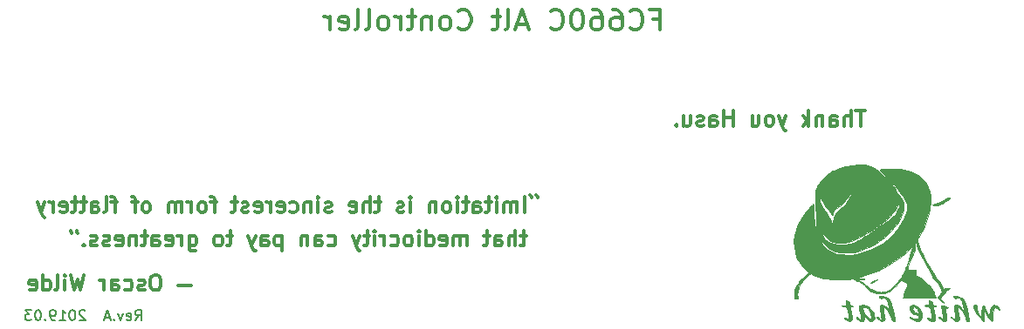
<source format=gbr>
G04 #@! TF.GenerationSoftware,KiCad,Pcbnew,(5.0.1-3-g963ef8bb5)*
G04 #@! TF.CreationDate,2019-03-09T14:34:52+08:00*
G04 #@! TF.ProjectId,fc660c,6663363630632E6B696361645F706362,rev?*
G04 #@! TF.SameCoordinates,Original*
G04 #@! TF.FileFunction,Legend,Bot*
G04 #@! TF.FilePolarity,Positive*
%FSLAX46Y46*%
G04 Gerber Fmt 4.6, Leading zero omitted, Abs format (unit mm)*
G04 Created by KiCad (PCBNEW (5.0.1-3-g963ef8bb5)) date 2019 March 09, Saturday 14:34:52*
%MOMM*%
%LPD*%
G01*
G04 APERTURE LIST*
%ADD10C,0.300000*%
%ADD11C,0.150000*%
%ADD12C,0.010000*%
G04 APERTURE END LIST*
D10*
X166236457Y-100000571D02*
X164950742Y-100000571D01*
X162950742Y-99000571D02*
X162665028Y-99000571D01*
X162522171Y-99072000D01*
X162379314Y-99214857D01*
X162307885Y-99500571D01*
X162307885Y-100000571D01*
X162379314Y-100286285D01*
X162522171Y-100429142D01*
X162665028Y-100500571D01*
X162950742Y-100500571D01*
X163093600Y-100429142D01*
X163236457Y-100286285D01*
X163307885Y-100000571D01*
X163307885Y-99500571D01*
X163236457Y-99214857D01*
X163093600Y-99072000D01*
X162950742Y-99000571D01*
X161736457Y-100429142D02*
X161593600Y-100500571D01*
X161307885Y-100500571D01*
X161165028Y-100429142D01*
X161093600Y-100286285D01*
X161093600Y-100214857D01*
X161165028Y-100072000D01*
X161307885Y-100000571D01*
X161522171Y-100000571D01*
X161665028Y-99929142D01*
X161736457Y-99786285D01*
X161736457Y-99714857D01*
X161665028Y-99572000D01*
X161522171Y-99500571D01*
X161307885Y-99500571D01*
X161165028Y-99572000D01*
X159807885Y-100429142D02*
X159950742Y-100500571D01*
X160236457Y-100500571D01*
X160379314Y-100429142D01*
X160450742Y-100357714D01*
X160522171Y-100214857D01*
X160522171Y-99786285D01*
X160450742Y-99643428D01*
X160379314Y-99572000D01*
X160236457Y-99500571D01*
X159950742Y-99500571D01*
X159807885Y-99572000D01*
X158522171Y-100500571D02*
X158522171Y-99714857D01*
X158593600Y-99572000D01*
X158736457Y-99500571D01*
X159022171Y-99500571D01*
X159165028Y-99572000D01*
X158522171Y-100429142D02*
X158665028Y-100500571D01*
X159022171Y-100500571D01*
X159165028Y-100429142D01*
X159236457Y-100286285D01*
X159236457Y-100143428D01*
X159165028Y-100000571D01*
X159022171Y-99929142D01*
X158665028Y-99929142D01*
X158522171Y-99857714D01*
X157807885Y-100500571D02*
X157807885Y-99500571D01*
X157807885Y-99786285D02*
X157736457Y-99643428D01*
X157665028Y-99572000D01*
X157522171Y-99500571D01*
X157379314Y-99500571D01*
X155879314Y-99000571D02*
X155522171Y-100500571D01*
X155236457Y-99429142D01*
X154950742Y-100500571D01*
X154593600Y-99000571D01*
X154022171Y-100500571D02*
X154022171Y-99500571D01*
X154022171Y-99000571D02*
X154093600Y-99072000D01*
X154022171Y-99143428D01*
X153950742Y-99072000D01*
X154022171Y-99000571D01*
X154022171Y-99143428D01*
X153093600Y-100500571D02*
X153236457Y-100429142D01*
X153307885Y-100286285D01*
X153307885Y-99000571D01*
X151879314Y-100500571D02*
X151879314Y-99000571D01*
X151879314Y-100429142D02*
X152022171Y-100500571D01*
X152307885Y-100500571D01*
X152450742Y-100429142D01*
X152522171Y-100357714D01*
X152593600Y-100214857D01*
X152593600Y-99786285D01*
X152522171Y-99643428D01*
X152450742Y-99572000D01*
X152307885Y-99500571D01*
X152022171Y-99500571D01*
X151879314Y-99572000D01*
X150593600Y-100429142D02*
X150736457Y-100500571D01*
X151022171Y-100500571D01*
X151165028Y-100429142D01*
X151236457Y-100286285D01*
X151236457Y-99714857D01*
X151165028Y-99572000D01*
X151022171Y-99500571D01*
X150736457Y-99500571D01*
X150593600Y-99572000D01*
X150522171Y-99714857D01*
X150522171Y-99857714D01*
X151236457Y-100000571D01*
X198774457Y-95182571D02*
X198203028Y-95182571D01*
X198560171Y-94682571D02*
X198560171Y-95968285D01*
X198488742Y-96111142D01*
X198345885Y-96182571D01*
X198203028Y-96182571D01*
X197703028Y-96182571D02*
X197703028Y-94682571D01*
X197060171Y-96182571D02*
X197060171Y-95396857D01*
X197131600Y-95254000D01*
X197274457Y-95182571D01*
X197488742Y-95182571D01*
X197631600Y-95254000D01*
X197703028Y-95325428D01*
X195703028Y-96182571D02*
X195703028Y-95396857D01*
X195774457Y-95254000D01*
X195917314Y-95182571D01*
X196203028Y-95182571D01*
X196345885Y-95254000D01*
X195703028Y-96111142D02*
X195845885Y-96182571D01*
X196203028Y-96182571D01*
X196345885Y-96111142D01*
X196417314Y-95968285D01*
X196417314Y-95825428D01*
X196345885Y-95682571D01*
X196203028Y-95611142D01*
X195845885Y-95611142D01*
X195703028Y-95539714D01*
X195203028Y-95182571D02*
X194631600Y-95182571D01*
X194988742Y-94682571D02*
X194988742Y-95968285D01*
X194917314Y-96111142D01*
X194774457Y-96182571D01*
X194631600Y-96182571D01*
X192988742Y-96182571D02*
X192988742Y-95182571D01*
X192988742Y-95325428D02*
X192917314Y-95254000D01*
X192774457Y-95182571D01*
X192560171Y-95182571D01*
X192417314Y-95254000D01*
X192345885Y-95396857D01*
X192345885Y-96182571D01*
X192345885Y-95396857D02*
X192274457Y-95254000D01*
X192131600Y-95182571D01*
X191917314Y-95182571D01*
X191774457Y-95254000D01*
X191703028Y-95396857D01*
X191703028Y-96182571D01*
X190417314Y-96111142D02*
X190560171Y-96182571D01*
X190845885Y-96182571D01*
X190988742Y-96111142D01*
X191060171Y-95968285D01*
X191060171Y-95396857D01*
X190988742Y-95254000D01*
X190845885Y-95182571D01*
X190560171Y-95182571D01*
X190417314Y-95254000D01*
X190345885Y-95396857D01*
X190345885Y-95539714D01*
X191060171Y-95682571D01*
X189060171Y-96182571D02*
X189060171Y-94682571D01*
X189060171Y-96111142D02*
X189203028Y-96182571D01*
X189488742Y-96182571D01*
X189631600Y-96111142D01*
X189703028Y-96039714D01*
X189774457Y-95896857D01*
X189774457Y-95468285D01*
X189703028Y-95325428D01*
X189631600Y-95254000D01*
X189488742Y-95182571D01*
X189203028Y-95182571D01*
X189060171Y-95254000D01*
X188345885Y-96182571D02*
X188345885Y-95182571D01*
X188345885Y-94682571D02*
X188417314Y-94754000D01*
X188345885Y-94825428D01*
X188274457Y-94754000D01*
X188345885Y-94682571D01*
X188345885Y-94825428D01*
X187417314Y-96182571D02*
X187560171Y-96111142D01*
X187631600Y-96039714D01*
X187703028Y-95896857D01*
X187703028Y-95468285D01*
X187631600Y-95325428D01*
X187560171Y-95254000D01*
X187417314Y-95182571D01*
X187203028Y-95182571D01*
X187060171Y-95254000D01*
X186988742Y-95325428D01*
X186917314Y-95468285D01*
X186917314Y-95896857D01*
X186988742Y-96039714D01*
X187060171Y-96111142D01*
X187203028Y-96182571D01*
X187417314Y-96182571D01*
X185631600Y-96111142D02*
X185774457Y-96182571D01*
X186060171Y-96182571D01*
X186203028Y-96111142D01*
X186274457Y-96039714D01*
X186345885Y-95896857D01*
X186345885Y-95468285D01*
X186274457Y-95325428D01*
X186203028Y-95254000D01*
X186060171Y-95182571D01*
X185774457Y-95182571D01*
X185631600Y-95254000D01*
X184988742Y-96182571D02*
X184988742Y-95182571D01*
X184988742Y-95468285D02*
X184917314Y-95325428D01*
X184845885Y-95254000D01*
X184703028Y-95182571D01*
X184560171Y-95182571D01*
X184060171Y-96182571D02*
X184060171Y-95182571D01*
X184060171Y-94682571D02*
X184131600Y-94754000D01*
X184060171Y-94825428D01*
X183988742Y-94754000D01*
X184060171Y-94682571D01*
X184060171Y-94825428D01*
X183560171Y-95182571D02*
X182988742Y-95182571D01*
X183345885Y-94682571D02*
X183345885Y-95968285D01*
X183274457Y-96111142D01*
X183131600Y-96182571D01*
X182988742Y-96182571D01*
X182631600Y-95182571D02*
X182274457Y-96182571D01*
X181917314Y-95182571D02*
X182274457Y-96182571D01*
X182417314Y-96539714D01*
X182488742Y-96611142D01*
X182631600Y-96682571D01*
X179560171Y-96111142D02*
X179703028Y-96182571D01*
X179988742Y-96182571D01*
X180131600Y-96111142D01*
X180203028Y-96039714D01*
X180274457Y-95896857D01*
X180274457Y-95468285D01*
X180203028Y-95325428D01*
X180131600Y-95254000D01*
X179988742Y-95182571D01*
X179703028Y-95182571D01*
X179560171Y-95254000D01*
X178274457Y-96182571D02*
X178274457Y-95396857D01*
X178345885Y-95254000D01*
X178488742Y-95182571D01*
X178774457Y-95182571D01*
X178917314Y-95254000D01*
X178274457Y-96111142D02*
X178417314Y-96182571D01*
X178774457Y-96182571D01*
X178917314Y-96111142D01*
X178988742Y-95968285D01*
X178988742Y-95825428D01*
X178917314Y-95682571D01*
X178774457Y-95611142D01*
X178417314Y-95611142D01*
X178274457Y-95539714D01*
X177560171Y-95182571D02*
X177560171Y-96182571D01*
X177560171Y-95325428D02*
X177488742Y-95254000D01*
X177345885Y-95182571D01*
X177131600Y-95182571D01*
X176988742Y-95254000D01*
X176917314Y-95396857D01*
X176917314Y-96182571D01*
X175060171Y-95182571D02*
X175060171Y-96682571D01*
X175060171Y-95254000D02*
X174917314Y-95182571D01*
X174631600Y-95182571D01*
X174488742Y-95254000D01*
X174417314Y-95325428D01*
X174345885Y-95468285D01*
X174345885Y-95896857D01*
X174417314Y-96039714D01*
X174488742Y-96111142D01*
X174631600Y-96182571D01*
X174917314Y-96182571D01*
X175060171Y-96111142D01*
X173060171Y-96182571D02*
X173060171Y-95396857D01*
X173131600Y-95254000D01*
X173274457Y-95182571D01*
X173560171Y-95182571D01*
X173703028Y-95254000D01*
X173060171Y-96111142D02*
X173203028Y-96182571D01*
X173560171Y-96182571D01*
X173703028Y-96111142D01*
X173774457Y-95968285D01*
X173774457Y-95825428D01*
X173703028Y-95682571D01*
X173560171Y-95611142D01*
X173203028Y-95611142D01*
X173060171Y-95539714D01*
X172488742Y-95182571D02*
X172131600Y-96182571D01*
X171774457Y-95182571D02*
X172131600Y-96182571D01*
X172274457Y-96539714D01*
X172345885Y-96611142D01*
X172488742Y-96682571D01*
X170274457Y-95182571D02*
X169703028Y-95182571D01*
X170060171Y-94682571D02*
X170060171Y-95968285D01*
X169988742Y-96111142D01*
X169845885Y-96182571D01*
X169703028Y-96182571D01*
X168988742Y-96182571D02*
X169131600Y-96111142D01*
X169203028Y-96039714D01*
X169274457Y-95896857D01*
X169274457Y-95468285D01*
X169203028Y-95325428D01*
X169131600Y-95254000D01*
X168988742Y-95182571D01*
X168774457Y-95182571D01*
X168631600Y-95254000D01*
X168560171Y-95325428D01*
X168488742Y-95468285D01*
X168488742Y-95896857D01*
X168560171Y-96039714D01*
X168631600Y-96111142D01*
X168774457Y-96182571D01*
X168988742Y-96182571D01*
X166060171Y-95182571D02*
X166060171Y-96396857D01*
X166131600Y-96539714D01*
X166203028Y-96611142D01*
X166345885Y-96682571D01*
X166560171Y-96682571D01*
X166703028Y-96611142D01*
X166060171Y-96111142D02*
X166203028Y-96182571D01*
X166488742Y-96182571D01*
X166631600Y-96111142D01*
X166703028Y-96039714D01*
X166774457Y-95896857D01*
X166774457Y-95468285D01*
X166703028Y-95325428D01*
X166631600Y-95254000D01*
X166488742Y-95182571D01*
X166203028Y-95182571D01*
X166060171Y-95254000D01*
X165345885Y-96182571D02*
X165345885Y-95182571D01*
X165345885Y-95468285D02*
X165274457Y-95325428D01*
X165203028Y-95254000D01*
X165060171Y-95182571D01*
X164917314Y-95182571D01*
X163845885Y-96111142D02*
X163988742Y-96182571D01*
X164274457Y-96182571D01*
X164417314Y-96111142D01*
X164488742Y-95968285D01*
X164488742Y-95396857D01*
X164417314Y-95254000D01*
X164274457Y-95182571D01*
X163988742Y-95182571D01*
X163845885Y-95254000D01*
X163774457Y-95396857D01*
X163774457Y-95539714D01*
X164488742Y-95682571D01*
X162488742Y-96182571D02*
X162488742Y-95396857D01*
X162560171Y-95254000D01*
X162703028Y-95182571D01*
X162988742Y-95182571D01*
X163131600Y-95254000D01*
X162488742Y-96111142D02*
X162631600Y-96182571D01*
X162988742Y-96182571D01*
X163131600Y-96111142D01*
X163203028Y-95968285D01*
X163203028Y-95825428D01*
X163131600Y-95682571D01*
X162988742Y-95611142D01*
X162631600Y-95611142D01*
X162488742Y-95539714D01*
X161988742Y-95182571D02*
X161417314Y-95182571D01*
X161774457Y-94682571D02*
X161774457Y-95968285D01*
X161703028Y-96111142D01*
X161560171Y-96182571D01*
X161417314Y-96182571D01*
X160917314Y-95182571D02*
X160917314Y-96182571D01*
X160917314Y-95325428D02*
X160845885Y-95254000D01*
X160703028Y-95182571D01*
X160488742Y-95182571D01*
X160345885Y-95254000D01*
X160274457Y-95396857D01*
X160274457Y-96182571D01*
X158988742Y-96111142D02*
X159131600Y-96182571D01*
X159417314Y-96182571D01*
X159560171Y-96111142D01*
X159631600Y-95968285D01*
X159631600Y-95396857D01*
X159560171Y-95254000D01*
X159417314Y-95182571D01*
X159131600Y-95182571D01*
X158988742Y-95254000D01*
X158917314Y-95396857D01*
X158917314Y-95539714D01*
X159631600Y-95682571D01*
X158345885Y-96111142D02*
X158203028Y-96182571D01*
X157917314Y-96182571D01*
X157774457Y-96111142D01*
X157703028Y-95968285D01*
X157703028Y-95896857D01*
X157774457Y-95754000D01*
X157917314Y-95682571D01*
X158131600Y-95682571D01*
X158274457Y-95611142D01*
X158345885Y-95468285D01*
X158345885Y-95396857D01*
X158274457Y-95254000D01*
X158131600Y-95182571D01*
X157917314Y-95182571D01*
X157774457Y-95254000D01*
X157131600Y-96111142D02*
X156988742Y-96182571D01*
X156703028Y-96182571D01*
X156560171Y-96111142D01*
X156488742Y-95968285D01*
X156488742Y-95896857D01*
X156560171Y-95754000D01*
X156703028Y-95682571D01*
X156917314Y-95682571D01*
X157060171Y-95611142D01*
X157131600Y-95468285D01*
X157131600Y-95396857D01*
X157060171Y-95254000D01*
X156917314Y-95182571D01*
X156703028Y-95182571D01*
X156560171Y-95254000D01*
X155845885Y-96039714D02*
X155774457Y-96111142D01*
X155845885Y-96182571D01*
X155917314Y-96111142D01*
X155845885Y-96039714D01*
X155845885Y-96182571D01*
X155131600Y-94682571D02*
X155131600Y-94754000D01*
X155203028Y-94896857D01*
X155274457Y-94968285D01*
X154560171Y-94682571D02*
X154560171Y-94754000D01*
X154631600Y-94896857D01*
X154703028Y-94968285D01*
X199294171Y-91502800D02*
X199294171Y-91431371D01*
X199222742Y-91288514D01*
X199151314Y-91217085D01*
X199865600Y-91502800D02*
X199865600Y-91431371D01*
X199794171Y-91288514D01*
X199722742Y-91217085D01*
X198579885Y-92931371D02*
X198579885Y-91431371D01*
X197865600Y-92931371D02*
X197865600Y-91931371D01*
X197865600Y-92074228D02*
X197794171Y-92002800D01*
X197651314Y-91931371D01*
X197437028Y-91931371D01*
X197294171Y-92002800D01*
X197222742Y-92145657D01*
X197222742Y-92931371D01*
X197222742Y-92145657D02*
X197151314Y-92002800D01*
X197008457Y-91931371D01*
X196794171Y-91931371D01*
X196651314Y-92002800D01*
X196579885Y-92145657D01*
X196579885Y-92931371D01*
X195865600Y-92931371D02*
X195865600Y-91931371D01*
X195865600Y-91431371D02*
X195937028Y-91502800D01*
X195865600Y-91574228D01*
X195794171Y-91502800D01*
X195865600Y-91431371D01*
X195865600Y-91574228D01*
X195365600Y-91931371D02*
X194794171Y-91931371D01*
X195151314Y-91431371D02*
X195151314Y-92717085D01*
X195079885Y-92859942D01*
X194937028Y-92931371D01*
X194794171Y-92931371D01*
X193651314Y-92931371D02*
X193651314Y-92145657D01*
X193722742Y-92002800D01*
X193865600Y-91931371D01*
X194151314Y-91931371D01*
X194294171Y-92002800D01*
X193651314Y-92859942D02*
X193794171Y-92931371D01*
X194151314Y-92931371D01*
X194294171Y-92859942D01*
X194365600Y-92717085D01*
X194365600Y-92574228D01*
X194294171Y-92431371D01*
X194151314Y-92359942D01*
X193794171Y-92359942D01*
X193651314Y-92288514D01*
X193151314Y-91931371D02*
X192579885Y-91931371D01*
X192937028Y-91431371D02*
X192937028Y-92717085D01*
X192865600Y-92859942D01*
X192722742Y-92931371D01*
X192579885Y-92931371D01*
X192079885Y-92931371D02*
X192079885Y-91931371D01*
X192079885Y-91431371D02*
X192151314Y-91502800D01*
X192079885Y-91574228D01*
X192008457Y-91502800D01*
X192079885Y-91431371D01*
X192079885Y-91574228D01*
X191151314Y-92931371D02*
X191294171Y-92859942D01*
X191365600Y-92788514D01*
X191437028Y-92645657D01*
X191437028Y-92217085D01*
X191365600Y-92074228D01*
X191294171Y-92002800D01*
X191151314Y-91931371D01*
X190937028Y-91931371D01*
X190794171Y-92002800D01*
X190722742Y-92074228D01*
X190651314Y-92217085D01*
X190651314Y-92645657D01*
X190722742Y-92788514D01*
X190794171Y-92859942D01*
X190937028Y-92931371D01*
X191151314Y-92931371D01*
X190008457Y-91931371D02*
X190008457Y-92931371D01*
X190008457Y-92074228D02*
X189937028Y-92002800D01*
X189794171Y-91931371D01*
X189579885Y-91931371D01*
X189437028Y-92002800D01*
X189365600Y-92145657D01*
X189365600Y-92931371D01*
X187508457Y-92931371D02*
X187508457Y-91931371D01*
X187508457Y-91431371D02*
X187579885Y-91502800D01*
X187508457Y-91574228D01*
X187437028Y-91502800D01*
X187508457Y-91431371D01*
X187508457Y-91574228D01*
X186865600Y-92859942D02*
X186722742Y-92931371D01*
X186437028Y-92931371D01*
X186294171Y-92859942D01*
X186222742Y-92717085D01*
X186222742Y-92645657D01*
X186294171Y-92502800D01*
X186437028Y-92431371D01*
X186651314Y-92431371D01*
X186794171Y-92359942D01*
X186865600Y-92217085D01*
X186865600Y-92145657D01*
X186794171Y-92002800D01*
X186651314Y-91931371D01*
X186437028Y-91931371D01*
X186294171Y-92002800D01*
X184651314Y-91931371D02*
X184079885Y-91931371D01*
X184437028Y-91431371D02*
X184437028Y-92717085D01*
X184365600Y-92859942D01*
X184222742Y-92931371D01*
X184079885Y-92931371D01*
X183579885Y-92931371D02*
X183579885Y-91431371D01*
X182937028Y-92931371D02*
X182937028Y-92145657D01*
X183008457Y-92002800D01*
X183151314Y-91931371D01*
X183365600Y-91931371D01*
X183508457Y-92002800D01*
X183579885Y-92074228D01*
X181651314Y-92859942D02*
X181794171Y-92931371D01*
X182079885Y-92931371D01*
X182222742Y-92859942D01*
X182294171Y-92717085D01*
X182294171Y-92145657D01*
X182222742Y-92002800D01*
X182079885Y-91931371D01*
X181794171Y-91931371D01*
X181651314Y-92002800D01*
X181579885Y-92145657D01*
X181579885Y-92288514D01*
X182294171Y-92431371D01*
X179865600Y-92859942D02*
X179722742Y-92931371D01*
X179437028Y-92931371D01*
X179294171Y-92859942D01*
X179222742Y-92717085D01*
X179222742Y-92645657D01*
X179294171Y-92502800D01*
X179437028Y-92431371D01*
X179651314Y-92431371D01*
X179794171Y-92359942D01*
X179865600Y-92217085D01*
X179865600Y-92145657D01*
X179794171Y-92002800D01*
X179651314Y-91931371D01*
X179437028Y-91931371D01*
X179294171Y-92002800D01*
X178579885Y-92931371D02*
X178579885Y-91931371D01*
X178579885Y-91431371D02*
X178651314Y-91502800D01*
X178579885Y-91574228D01*
X178508457Y-91502800D01*
X178579885Y-91431371D01*
X178579885Y-91574228D01*
X177865600Y-91931371D02*
X177865600Y-92931371D01*
X177865600Y-92074228D02*
X177794171Y-92002800D01*
X177651314Y-91931371D01*
X177437028Y-91931371D01*
X177294171Y-92002800D01*
X177222742Y-92145657D01*
X177222742Y-92931371D01*
X175865600Y-92859942D02*
X176008457Y-92931371D01*
X176294171Y-92931371D01*
X176437028Y-92859942D01*
X176508457Y-92788514D01*
X176579885Y-92645657D01*
X176579885Y-92217085D01*
X176508457Y-92074228D01*
X176437028Y-92002800D01*
X176294171Y-91931371D01*
X176008457Y-91931371D01*
X175865600Y-92002800D01*
X174651314Y-92859942D02*
X174794171Y-92931371D01*
X175079885Y-92931371D01*
X175222742Y-92859942D01*
X175294171Y-92717085D01*
X175294171Y-92145657D01*
X175222742Y-92002800D01*
X175079885Y-91931371D01*
X174794171Y-91931371D01*
X174651314Y-92002800D01*
X174579885Y-92145657D01*
X174579885Y-92288514D01*
X175294171Y-92431371D01*
X173937028Y-92931371D02*
X173937028Y-91931371D01*
X173937028Y-92217085D02*
X173865600Y-92074228D01*
X173794171Y-92002800D01*
X173651314Y-91931371D01*
X173508457Y-91931371D01*
X172437028Y-92859942D02*
X172579885Y-92931371D01*
X172865600Y-92931371D01*
X173008457Y-92859942D01*
X173079885Y-92717085D01*
X173079885Y-92145657D01*
X173008457Y-92002800D01*
X172865600Y-91931371D01*
X172579885Y-91931371D01*
X172437028Y-92002800D01*
X172365600Y-92145657D01*
X172365600Y-92288514D01*
X173079885Y-92431371D01*
X171794171Y-92859942D02*
X171651314Y-92931371D01*
X171365600Y-92931371D01*
X171222742Y-92859942D01*
X171151314Y-92717085D01*
X171151314Y-92645657D01*
X171222742Y-92502800D01*
X171365600Y-92431371D01*
X171579885Y-92431371D01*
X171722742Y-92359942D01*
X171794171Y-92217085D01*
X171794171Y-92145657D01*
X171722742Y-92002800D01*
X171579885Y-91931371D01*
X171365600Y-91931371D01*
X171222742Y-92002800D01*
X170722742Y-91931371D02*
X170151314Y-91931371D01*
X170508457Y-91431371D02*
X170508457Y-92717085D01*
X170437028Y-92859942D01*
X170294171Y-92931371D01*
X170151314Y-92931371D01*
X168722742Y-91931371D02*
X168151314Y-91931371D01*
X168508457Y-92931371D02*
X168508457Y-91645657D01*
X168437028Y-91502800D01*
X168294171Y-91431371D01*
X168151314Y-91431371D01*
X167437028Y-92931371D02*
X167579885Y-92859942D01*
X167651314Y-92788514D01*
X167722742Y-92645657D01*
X167722742Y-92217085D01*
X167651314Y-92074228D01*
X167579885Y-92002800D01*
X167437028Y-91931371D01*
X167222742Y-91931371D01*
X167079885Y-92002800D01*
X167008457Y-92074228D01*
X166937028Y-92217085D01*
X166937028Y-92645657D01*
X167008457Y-92788514D01*
X167079885Y-92859942D01*
X167222742Y-92931371D01*
X167437028Y-92931371D01*
X166294171Y-92931371D02*
X166294171Y-91931371D01*
X166294171Y-92217085D02*
X166222742Y-92074228D01*
X166151314Y-92002800D01*
X166008457Y-91931371D01*
X165865600Y-91931371D01*
X165365600Y-92931371D02*
X165365600Y-91931371D01*
X165365600Y-92074228D02*
X165294171Y-92002800D01*
X165151314Y-91931371D01*
X164937028Y-91931371D01*
X164794171Y-92002800D01*
X164722742Y-92145657D01*
X164722742Y-92931371D01*
X164722742Y-92145657D02*
X164651314Y-92002800D01*
X164508457Y-91931371D01*
X164294171Y-91931371D01*
X164151314Y-92002800D01*
X164079885Y-92145657D01*
X164079885Y-92931371D01*
X162008457Y-92931371D02*
X162151314Y-92859942D01*
X162222742Y-92788514D01*
X162294171Y-92645657D01*
X162294171Y-92217085D01*
X162222742Y-92074228D01*
X162151314Y-92002800D01*
X162008457Y-91931371D01*
X161794171Y-91931371D01*
X161651314Y-92002800D01*
X161579885Y-92074228D01*
X161508457Y-92217085D01*
X161508457Y-92645657D01*
X161579885Y-92788514D01*
X161651314Y-92859942D01*
X161794171Y-92931371D01*
X162008457Y-92931371D01*
X161079885Y-91931371D02*
X160508457Y-91931371D01*
X160865600Y-92931371D02*
X160865600Y-91645657D01*
X160794171Y-91502800D01*
X160651314Y-91431371D01*
X160508457Y-91431371D01*
X159079885Y-91931371D02*
X158508457Y-91931371D01*
X158865600Y-92931371D02*
X158865600Y-91645657D01*
X158794171Y-91502800D01*
X158651314Y-91431371D01*
X158508457Y-91431371D01*
X157794171Y-92931371D02*
X157937028Y-92859942D01*
X158008457Y-92717085D01*
X158008457Y-91431371D01*
X156579885Y-92931371D02*
X156579885Y-92145657D01*
X156651314Y-92002800D01*
X156794171Y-91931371D01*
X157079885Y-91931371D01*
X157222742Y-92002800D01*
X156579885Y-92859942D02*
X156722742Y-92931371D01*
X157079885Y-92931371D01*
X157222742Y-92859942D01*
X157294171Y-92717085D01*
X157294171Y-92574228D01*
X157222742Y-92431371D01*
X157079885Y-92359942D01*
X156722742Y-92359942D01*
X156579885Y-92288514D01*
X156079885Y-91931371D02*
X155508457Y-91931371D01*
X155865600Y-91431371D02*
X155865600Y-92717085D01*
X155794171Y-92859942D01*
X155651314Y-92931371D01*
X155508457Y-92931371D01*
X155222742Y-91931371D02*
X154651314Y-91931371D01*
X155008457Y-91431371D02*
X155008457Y-92717085D01*
X154937028Y-92859942D01*
X154794171Y-92931371D01*
X154651314Y-92931371D01*
X153579885Y-92859942D02*
X153722742Y-92931371D01*
X154008457Y-92931371D01*
X154151314Y-92859942D01*
X154222742Y-92717085D01*
X154222742Y-92145657D01*
X154151314Y-92002800D01*
X154008457Y-91931371D01*
X153722742Y-91931371D01*
X153579885Y-92002800D01*
X153508457Y-92145657D01*
X153508457Y-92288514D01*
X154222742Y-92431371D01*
X152865600Y-92931371D02*
X152865600Y-91931371D01*
X152865600Y-92217085D02*
X152794171Y-92074228D01*
X152722742Y-92002800D01*
X152579885Y-91931371D01*
X152437028Y-91931371D01*
X152079885Y-91931371D02*
X151722742Y-92931371D01*
X151365600Y-91931371D02*
X151722742Y-92931371D01*
X151865600Y-93288514D01*
X151937028Y-93359942D01*
X152079885Y-93431371D01*
D11*
X160827409Y-103423980D02*
X161160742Y-102947790D01*
X161398838Y-103423980D02*
X161398838Y-102423980D01*
X161017885Y-102423980D01*
X160922647Y-102471600D01*
X160875028Y-102519219D01*
X160827409Y-102614457D01*
X160827409Y-102757314D01*
X160875028Y-102852552D01*
X160922647Y-102900171D01*
X161017885Y-102947790D01*
X161398838Y-102947790D01*
X160017885Y-103376361D02*
X160113123Y-103423980D01*
X160303600Y-103423980D01*
X160398838Y-103376361D01*
X160446457Y-103281123D01*
X160446457Y-102900171D01*
X160398838Y-102804933D01*
X160303600Y-102757314D01*
X160113123Y-102757314D01*
X160017885Y-102804933D01*
X159970266Y-102900171D01*
X159970266Y-102995409D01*
X160446457Y-103090647D01*
X159636933Y-102757314D02*
X159398838Y-103423980D01*
X159160742Y-102757314D01*
X158779790Y-103328742D02*
X158732171Y-103376361D01*
X158779790Y-103423980D01*
X158827409Y-103376361D01*
X158779790Y-103328742D01*
X158779790Y-103423980D01*
X158351219Y-103138266D02*
X157875028Y-103138266D01*
X158446457Y-103423980D02*
X158113123Y-102423980D01*
X157779790Y-103423980D01*
X155970266Y-102519219D02*
X155922647Y-102471600D01*
X155827409Y-102423980D01*
X155589314Y-102423980D01*
X155494076Y-102471600D01*
X155446457Y-102519219D01*
X155398838Y-102614457D01*
X155398838Y-102709695D01*
X155446457Y-102852552D01*
X156017885Y-103423980D01*
X155398838Y-103423980D01*
X154779790Y-102423980D02*
X154684552Y-102423980D01*
X154589314Y-102471600D01*
X154541695Y-102519219D01*
X154494076Y-102614457D01*
X154446457Y-102804933D01*
X154446457Y-103043028D01*
X154494076Y-103233504D01*
X154541695Y-103328742D01*
X154589314Y-103376361D01*
X154684552Y-103423980D01*
X154779790Y-103423980D01*
X154875028Y-103376361D01*
X154922647Y-103328742D01*
X154970266Y-103233504D01*
X155017885Y-103043028D01*
X155017885Y-102804933D01*
X154970266Y-102614457D01*
X154922647Y-102519219D01*
X154875028Y-102471600D01*
X154779790Y-102423980D01*
X153494076Y-103423980D02*
X154065504Y-103423980D01*
X153779790Y-103423980D02*
X153779790Y-102423980D01*
X153875028Y-102566838D01*
X153970266Y-102662076D01*
X154065504Y-102709695D01*
X153017885Y-103423980D02*
X152827409Y-103423980D01*
X152732171Y-103376361D01*
X152684552Y-103328742D01*
X152589314Y-103185885D01*
X152541695Y-102995409D01*
X152541695Y-102614457D01*
X152589314Y-102519219D01*
X152636933Y-102471600D01*
X152732171Y-102423980D01*
X152922647Y-102423980D01*
X153017885Y-102471600D01*
X153065504Y-102519219D01*
X153113123Y-102614457D01*
X153113123Y-102852552D01*
X153065504Y-102947790D01*
X153017885Y-102995409D01*
X152922647Y-103043028D01*
X152732171Y-103043028D01*
X152636933Y-102995409D01*
X152589314Y-102947790D01*
X152541695Y-102852552D01*
X152113123Y-103328742D02*
X152065504Y-103376361D01*
X152113123Y-103423980D01*
X152160742Y-103376361D01*
X152113123Y-103328742D01*
X152113123Y-103423980D01*
X151446457Y-102423980D02*
X151351219Y-102423980D01*
X151255980Y-102471600D01*
X151208361Y-102519219D01*
X151160742Y-102614457D01*
X151113123Y-102804933D01*
X151113123Y-103043028D01*
X151160742Y-103233504D01*
X151208361Y-103328742D01*
X151255980Y-103376361D01*
X151351219Y-103423980D01*
X151446457Y-103423980D01*
X151541695Y-103376361D01*
X151589314Y-103328742D01*
X151636933Y-103233504D01*
X151684552Y-103043028D01*
X151684552Y-102804933D01*
X151636933Y-102614457D01*
X151589314Y-102519219D01*
X151541695Y-102471600D01*
X151446457Y-102423980D01*
X150779790Y-102423980D02*
X150160742Y-102423980D01*
X150494076Y-102804933D01*
X150351219Y-102804933D01*
X150255980Y-102852552D01*
X150208361Y-102900171D01*
X150160742Y-102995409D01*
X150160742Y-103233504D01*
X150208361Y-103328742D01*
X150255980Y-103376361D01*
X150351219Y-103423980D01*
X150636933Y-103423980D01*
X150732171Y-103376361D01*
X150779790Y-103328742D01*
D10*
X231590000Y-83008571D02*
X230732857Y-83008571D01*
X231161428Y-84508571D02*
X231161428Y-83008571D01*
X230232857Y-84508571D02*
X230232857Y-83008571D01*
X229590000Y-84508571D02*
X229590000Y-83722857D01*
X229661428Y-83580000D01*
X229804285Y-83508571D01*
X230018571Y-83508571D01*
X230161428Y-83580000D01*
X230232857Y-83651428D01*
X228232857Y-84508571D02*
X228232857Y-83722857D01*
X228304285Y-83580000D01*
X228447142Y-83508571D01*
X228732857Y-83508571D01*
X228875714Y-83580000D01*
X228232857Y-84437142D02*
X228375714Y-84508571D01*
X228732857Y-84508571D01*
X228875714Y-84437142D01*
X228947142Y-84294285D01*
X228947142Y-84151428D01*
X228875714Y-84008571D01*
X228732857Y-83937142D01*
X228375714Y-83937142D01*
X228232857Y-83865714D01*
X227518571Y-83508571D02*
X227518571Y-84508571D01*
X227518571Y-83651428D02*
X227447142Y-83580000D01*
X227304285Y-83508571D01*
X227090000Y-83508571D01*
X226947142Y-83580000D01*
X226875714Y-83722857D01*
X226875714Y-84508571D01*
X226161428Y-84508571D02*
X226161428Y-83008571D01*
X226018571Y-83937142D02*
X225590000Y-84508571D01*
X225590000Y-83508571D02*
X226161428Y-84080000D01*
X223947142Y-83508571D02*
X223590000Y-84508571D01*
X223232857Y-83508571D02*
X223590000Y-84508571D01*
X223732857Y-84865714D01*
X223804285Y-84937142D01*
X223947142Y-85008571D01*
X222447142Y-84508571D02*
X222590000Y-84437142D01*
X222661428Y-84365714D01*
X222732857Y-84222857D01*
X222732857Y-83794285D01*
X222661428Y-83651428D01*
X222590000Y-83580000D01*
X222447142Y-83508571D01*
X222232857Y-83508571D01*
X222090000Y-83580000D01*
X222018571Y-83651428D01*
X221947142Y-83794285D01*
X221947142Y-84222857D01*
X222018571Y-84365714D01*
X222090000Y-84437142D01*
X222232857Y-84508571D01*
X222447142Y-84508571D01*
X220661428Y-83508571D02*
X220661428Y-84508571D01*
X221304285Y-83508571D02*
X221304285Y-84294285D01*
X221232857Y-84437142D01*
X221090000Y-84508571D01*
X220875714Y-84508571D01*
X220732857Y-84437142D01*
X220661428Y-84365714D01*
X218804285Y-84508571D02*
X218804285Y-83008571D01*
X218804285Y-83722857D02*
X217947142Y-83722857D01*
X217947142Y-84508571D02*
X217947142Y-83008571D01*
X216590000Y-84508571D02*
X216590000Y-83722857D01*
X216661428Y-83580000D01*
X216804285Y-83508571D01*
X217090000Y-83508571D01*
X217232857Y-83580000D01*
X216590000Y-84437142D02*
X216732857Y-84508571D01*
X217090000Y-84508571D01*
X217232857Y-84437142D01*
X217304285Y-84294285D01*
X217304285Y-84151428D01*
X217232857Y-84008571D01*
X217090000Y-83937142D01*
X216732857Y-83937142D01*
X216590000Y-83865714D01*
X215947142Y-84437142D02*
X215804285Y-84508571D01*
X215518571Y-84508571D01*
X215375714Y-84437142D01*
X215304285Y-84294285D01*
X215304285Y-84222857D01*
X215375714Y-84080000D01*
X215518571Y-84008571D01*
X215732857Y-84008571D01*
X215875714Y-83937142D01*
X215947142Y-83794285D01*
X215947142Y-83722857D01*
X215875714Y-83580000D01*
X215732857Y-83508571D01*
X215518571Y-83508571D01*
X215375714Y-83580000D01*
X214018571Y-83508571D02*
X214018571Y-84508571D01*
X214661428Y-83508571D02*
X214661428Y-84294285D01*
X214590000Y-84437142D01*
X214447142Y-84508571D01*
X214232857Y-84508571D01*
X214090000Y-84437142D01*
X214018571Y-84365714D01*
X213304285Y-84365714D02*
X213232857Y-84437142D01*
X213304285Y-84508571D01*
X213375714Y-84437142D01*
X213304285Y-84365714D01*
X213304285Y-84508571D01*
X211028095Y-74137142D02*
X211694761Y-74137142D01*
X211694761Y-75184761D02*
X211694761Y-73184761D01*
X210742380Y-73184761D01*
X208837619Y-74994285D02*
X208932857Y-75089523D01*
X209218571Y-75184761D01*
X209409047Y-75184761D01*
X209694761Y-75089523D01*
X209885238Y-74899047D01*
X209980476Y-74708571D01*
X210075714Y-74327619D01*
X210075714Y-74041904D01*
X209980476Y-73660952D01*
X209885238Y-73470476D01*
X209694761Y-73280000D01*
X209409047Y-73184761D01*
X209218571Y-73184761D01*
X208932857Y-73280000D01*
X208837619Y-73375238D01*
X207123333Y-73184761D02*
X207504285Y-73184761D01*
X207694761Y-73280000D01*
X207790000Y-73375238D01*
X207980476Y-73660952D01*
X208075714Y-74041904D01*
X208075714Y-74803809D01*
X207980476Y-74994285D01*
X207885238Y-75089523D01*
X207694761Y-75184761D01*
X207313809Y-75184761D01*
X207123333Y-75089523D01*
X207028095Y-74994285D01*
X206932857Y-74803809D01*
X206932857Y-74327619D01*
X207028095Y-74137142D01*
X207123333Y-74041904D01*
X207313809Y-73946666D01*
X207694761Y-73946666D01*
X207885238Y-74041904D01*
X207980476Y-74137142D01*
X208075714Y-74327619D01*
X205218571Y-73184761D02*
X205599523Y-73184761D01*
X205790000Y-73280000D01*
X205885238Y-73375238D01*
X206075714Y-73660952D01*
X206170952Y-74041904D01*
X206170952Y-74803809D01*
X206075714Y-74994285D01*
X205980476Y-75089523D01*
X205790000Y-75184761D01*
X205409047Y-75184761D01*
X205218571Y-75089523D01*
X205123333Y-74994285D01*
X205028095Y-74803809D01*
X205028095Y-74327619D01*
X205123333Y-74137142D01*
X205218571Y-74041904D01*
X205409047Y-73946666D01*
X205790000Y-73946666D01*
X205980476Y-74041904D01*
X206075714Y-74137142D01*
X206170952Y-74327619D01*
X203790000Y-73184761D02*
X203599523Y-73184761D01*
X203409047Y-73280000D01*
X203313809Y-73375238D01*
X203218571Y-73565714D01*
X203123333Y-73946666D01*
X203123333Y-74422857D01*
X203218571Y-74803809D01*
X203313809Y-74994285D01*
X203409047Y-75089523D01*
X203599523Y-75184761D01*
X203790000Y-75184761D01*
X203980476Y-75089523D01*
X204075714Y-74994285D01*
X204170952Y-74803809D01*
X204266190Y-74422857D01*
X204266190Y-73946666D01*
X204170952Y-73565714D01*
X204075714Y-73375238D01*
X203980476Y-73280000D01*
X203790000Y-73184761D01*
X201123333Y-74994285D02*
X201218571Y-75089523D01*
X201504285Y-75184761D01*
X201694761Y-75184761D01*
X201980476Y-75089523D01*
X202170952Y-74899047D01*
X202266190Y-74708571D01*
X202361428Y-74327619D01*
X202361428Y-74041904D01*
X202266190Y-73660952D01*
X202170952Y-73470476D01*
X201980476Y-73280000D01*
X201694761Y-73184761D01*
X201504285Y-73184761D01*
X201218571Y-73280000D01*
X201123333Y-73375238D01*
X198837619Y-74613333D02*
X197885238Y-74613333D01*
X199028095Y-75184761D02*
X198361428Y-73184761D01*
X197694761Y-75184761D01*
X196742380Y-75184761D02*
X196932857Y-75089523D01*
X197028095Y-74899047D01*
X197028095Y-73184761D01*
X196266190Y-73851428D02*
X195504285Y-73851428D01*
X195980476Y-73184761D02*
X195980476Y-74899047D01*
X195885238Y-75089523D01*
X195694761Y-75184761D01*
X195504285Y-75184761D01*
X192170952Y-74994285D02*
X192266190Y-75089523D01*
X192551904Y-75184761D01*
X192742380Y-75184761D01*
X193028095Y-75089523D01*
X193218571Y-74899047D01*
X193313809Y-74708571D01*
X193409047Y-74327619D01*
X193409047Y-74041904D01*
X193313809Y-73660952D01*
X193218571Y-73470476D01*
X193028095Y-73280000D01*
X192742380Y-73184761D01*
X192551904Y-73184761D01*
X192266190Y-73280000D01*
X192170952Y-73375238D01*
X191028095Y-75184761D02*
X191218571Y-75089523D01*
X191313809Y-74994285D01*
X191409047Y-74803809D01*
X191409047Y-74232380D01*
X191313809Y-74041904D01*
X191218571Y-73946666D01*
X191028095Y-73851428D01*
X190742380Y-73851428D01*
X190551904Y-73946666D01*
X190456666Y-74041904D01*
X190361428Y-74232380D01*
X190361428Y-74803809D01*
X190456666Y-74994285D01*
X190551904Y-75089523D01*
X190742380Y-75184761D01*
X191028095Y-75184761D01*
X189504285Y-73851428D02*
X189504285Y-75184761D01*
X189504285Y-74041904D02*
X189409047Y-73946666D01*
X189218571Y-73851428D01*
X188932857Y-73851428D01*
X188742380Y-73946666D01*
X188647142Y-74137142D01*
X188647142Y-75184761D01*
X187980476Y-73851428D02*
X187218571Y-73851428D01*
X187694761Y-73184761D02*
X187694761Y-74899047D01*
X187599523Y-75089523D01*
X187409047Y-75184761D01*
X187218571Y-75184761D01*
X186551904Y-75184761D02*
X186551904Y-73851428D01*
X186551904Y-74232380D02*
X186456666Y-74041904D01*
X186361428Y-73946666D01*
X186170952Y-73851428D01*
X185980476Y-73851428D01*
X185028095Y-75184761D02*
X185218571Y-75089523D01*
X185313809Y-74994285D01*
X185409047Y-74803809D01*
X185409047Y-74232380D01*
X185313809Y-74041904D01*
X185218571Y-73946666D01*
X185028095Y-73851428D01*
X184742380Y-73851428D01*
X184551904Y-73946666D01*
X184456666Y-74041904D01*
X184361428Y-74232380D01*
X184361428Y-74803809D01*
X184456666Y-74994285D01*
X184551904Y-75089523D01*
X184742380Y-75184761D01*
X185028095Y-75184761D01*
X183218571Y-75184761D02*
X183409047Y-75089523D01*
X183504285Y-74899047D01*
X183504285Y-73184761D01*
X182170952Y-75184761D02*
X182361428Y-75089523D01*
X182456666Y-74899047D01*
X182456666Y-73184761D01*
X180647142Y-75089523D02*
X180837619Y-75184761D01*
X181218571Y-75184761D01*
X181409047Y-75089523D01*
X181504285Y-74899047D01*
X181504285Y-74137142D01*
X181409047Y-73946666D01*
X181218571Y-73851428D01*
X180837619Y-73851428D01*
X180647142Y-73946666D01*
X180551904Y-74137142D01*
X180551904Y-74327619D01*
X181504285Y-74518095D01*
X179694761Y-75184761D02*
X179694761Y-73851428D01*
X179694761Y-74232380D02*
X179599523Y-74041904D01*
X179504285Y-73946666D01*
X179313809Y-73851428D01*
X179123333Y-73851428D01*
D12*
G04 #@! TO.C,G\002A\002A\002A*
G36*
X231180442Y-101943643D02*
X231096604Y-101948957D01*
X231042471Y-101969160D01*
X231015275Y-102015780D01*
X231012249Y-102100349D01*
X231030625Y-102234395D01*
X231067638Y-102429449D01*
X231118259Y-102685438D01*
X231165835Y-102944216D01*
X231191526Y-103128502D01*
X231194455Y-103245820D01*
X231173745Y-103303698D01*
X231128518Y-103309660D01*
X231057899Y-103271233D01*
X231050591Y-103266085D01*
X230937487Y-103185110D01*
X230853217Y-103124508D01*
X230783505Y-103077929D01*
X230762429Y-103083726D01*
X230768551Y-103130225D01*
X230818859Y-103218599D01*
X230923146Y-103318460D01*
X231056413Y-103410776D01*
X231193666Y-103476514D01*
X231241882Y-103490615D01*
X231360346Y-103504392D01*
X231444329Y-103472642D01*
X231480862Y-103442284D01*
X231532909Y-103379678D01*
X231553052Y-103302219D01*
X231547556Y-103179564D01*
X231543162Y-103140406D01*
X231517117Y-102920833D01*
X231600077Y-103050425D01*
X231681255Y-103153617D01*
X231796596Y-103273522D01*
X231865472Y-103336175D01*
X232001221Y-103437288D01*
X232118525Y-103484150D01*
X232206596Y-103492333D01*
X232368073Y-103460242D01*
X232474012Y-103365737D01*
X232523049Y-103211477D01*
X232516212Y-103054912D01*
X232199341Y-103054912D01*
X232178897Y-103187915D01*
X232151200Y-103229867D01*
X232107663Y-103266722D01*
X232065757Y-103270849D01*
X232006926Y-103234209D01*
X231912609Y-103148764D01*
X231870173Y-103108139D01*
X231694134Y-102916372D01*
X231543391Y-102709242D01*
X231431283Y-102507907D01*
X231371147Y-102333522D01*
X231367395Y-102310709D01*
X231344186Y-102137667D01*
X231575214Y-102137667D01*
X231733005Y-102151105D01*
X231852821Y-102199956D01*
X231948514Y-102297024D01*
X232033940Y-102455111D01*
X232100083Y-102622739D01*
X232172848Y-102863894D01*
X232199341Y-103054912D01*
X232516212Y-103054912D01*
X232513818Y-103000115D01*
X232498973Y-102923687D01*
X232430688Y-102694725D01*
X232328620Y-102500481D01*
X232172948Y-102303492D01*
X232167855Y-102297828D01*
X231948180Y-102105733D01*
X231698643Y-101988571D01*
X231408814Y-101942078D01*
X231296750Y-101941687D01*
X231180442Y-101943643D01*
X231180442Y-101943643D01*
G37*
X231180442Y-101943643D02*
X231096604Y-101948957D01*
X231042471Y-101969160D01*
X231015275Y-102015780D01*
X231012249Y-102100349D01*
X231030625Y-102234395D01*
X231067638Y-102429449D01*
X231118259Y-102685438D01*
X231165835Y-102944216D01*
X231191526Y-103128502D01*
X231194455Y-103245820D01*
X231173745Y-103303698D01*
X231128518Y-103309660D01*
X231057899Y-103271233D01*
X231050591Y-103266085D01*
X230937487Y-103185110D01*
X230853217Y-103124508D01*
X230783505Y-103077929D01*
X230762429Y-103083726D01*
X230768551Y-103130225D01*
X230818859Y-103218599D01*
X230923146Y-103318460D01*
X231056413Y-103410776D01*
X231193666Y-103476514D01*
X231241882Y-103490615D01*
X231360346Y-103504392D01*
X231444329Y-103472642D01*
X231480862Y-103442284D01*
X231532909Y-103379678D01*
X231553052Y-103302219D01*
X231547556Y-103179564D01*
X231543162Y-103140406D01*
X231517117Y-102920833D01*
X231600077Y-103050425D01*
X231681255Y-103153617D01*
X231796596Y-103273522D01*
X231865472Y-103336175D01*
X232001221Y-103437288D01*
X232118525Y-103484150D01*
X232206596Y-103492333D01*
X232368073Y-103460242D01*
X232474012Y-103365737D01*
X232523049Y-103211477D01*
X232516212Y-103054912D01*
X232199341Y-103054912D01*
X232178897Y-103187915D01*
X232151200Y-103229867D01*
X232107663Y-103266722D01*
X232065757Y-103270849D01*
X232006926Y-103234209D01*
X231912609Y-103148764D01*
X231870173Y-103108139D01*
X231694134Y-102916372D01*
X231543391Y-102709242D01*
X231431283Y-102507907D01*
X231371147Y-102333522D01*
X231367395Y-102310709D01*
X231344186Y-102137667D01*
X231575214Y-102137667D01*
X231733005Y-102151105D01*
X231852821Y-102199956D01*
X231948514Y-102297024D01*
X232033940Y-102455111D01*
X232100083Y-102622739D01*
X232172848Y-102863894D01*
X232199341Y-103054912D01*
X232516212Y-103054912D01*
X232513818Y-103000115D01*
X232498973Y-102923687D01*
X232430688Y-102694725D01*
X232328620Y-102500481D01*
X232172948Y-102303492D01*
X232167855Y-102297828D01*
X231948180Y-102105733D01*
X231698643Y-101988571D01*
X231408814Y-101942078D01*
X231296750Y-101941687D01*
X231180442Y-101943643D01*
G36*
X242249160Y-101933426D02*
X242154528Y-101966808D01*
X242112810Y-102041440D01*
X242125232Y-102160514D01*
X242193016Y-102327219D01*
X242317385Y-102544744D01*
X242499565Y-102816281D01*
X242686061Y-103072277D01*
X242850259Y-103282542D01*
X242974121Y-103420024D01*
X243058679Y-103485814D01*
X243083246Y-103492333D01*
X243119710Y-103486602D01*
X243143615Y-103459642D01*
X243157589Y-103396804D01*
X243164259Y-103283441D01*
X243166253Y-103104903D01*
X243166333Y-103029165D01*
X243169470Y-102839719D01*
X243177968Y-102683389D01*
X243190456Y-102578433D01*
X243202758Y-102543485D01*
X243239533Y-102564646D01*
X243291620Y-102643883D01*
X243318998Y-102699737D01*
X243381119Y-102820867D01*
X243473905Y-102980970D01*
X243579546Y-103149605D01*
X243603136Y-103185417D01*
X243719431Y-103349600D01*
X243807572Y-103447559D01*
X243876921Y-103488970D01*
X243899646Y-103491898D01*
X243938958Y-103487664D01*
X243965596Y-103465908D01*
X243982516Y-103412383D01*
X243992674Y-103312845D01*
X243999026Y-103153050D01*
X244002863Y-102994481D01*
X244016905Y-102681045D01*
X244044923Y-102446606D01*
X244089360Y-102286285D01*
X244152659Y-102195204D01*
X244237264Y-102168481D01*
X244345618Y-102201237D01*
X244388162Y-102224971D01*
X244484303Y-102295718D01*
X244544028Y-102362201D01*
X244548118Y-102370742D01*
X244592505Y-102428233D01*
X244635066Y-102417120D01*
X244648000Y-102364930D01*
X244619654Y-102300195D01*
X244545961Y-102201477D01*
X244460345Y-102108205D01*
X244348017Y-102002882D01*
X244263735Y-101948469D01*
X244180662Y-101931404D01*
X244115301Y-101933858D01*
X243964530Y-101976114D01*
X243878213Y-102054400D01*
X243799892Y-102203432D01*
X243735157Y-102409189D01*
X243690871Y-102643997D01*
X243673902Y-102878500D01*
X243672466Y-103132500D01*
X243545225Y-102914268D01*
X243472739Y-102774519D01*
X243395134Y-102600437D01*
X243321206Y-102415070D01*
X243259755Y-102241467D01*
X243219579Y-102102675D01*
X243208667Y-102032628D01*
X243172324Y-101980473D01*
X243110104Y-101968333D01*
X243049193Y-101980314D01*
X243008054Y-102029476D01*
X242973297Y-102135645D01*
X242960013Y-102190583D01*
X242930394Y-102348537D01*
X242902601Y-102547514D01*
X242882968Y-102740917D01*
X242867644Y-102895356D01*
X242849888Y-103010707D01*
X242833009Y-103066664D01*
X242829494Y-103069000D01*
X242791963Y-103033068D01*
X242732703Y-102938534D01*
X242661720Y-102805286D01*
X242589024Y-102653215D01*
X242524623Y-102502211D01*
X242478523Y-102372164D01*
X242478030Y-102370500D01*
X242441256Y-102191104D01*
X242450401Y-102064964D01*
X242451479Y-102061961D01*
X242460365Y-101976969D01*
X242403718Y-101934336D01*
X242276185Y-101930662D01*
X242249160Y-101933426D01*
X242249160Y-101933426D01*
G37*
X242249160Y-101933426D02*
X242154528Y-101966808D01*
X242112810Y-102041440D01*
X242125232Y-102160514D01*
X242193016Y-102327219D01*
X242317385Y-102544744D01*
X242499565Y-102816281D01*
X242686061Y-103072277D01*
X242850259Y-103282542D01*
X242974121Y-103420024D01*
X243058679Y-103485814D01*
X243083246Y-103492333D01*
X243119710Y-103486602D01*
X243143615Y-103459642D01*
X243157589Y-103396804D01*
X243164259Y-103283441D01*
X243166253Y-103104903D01*
X243166333Y-103029165D01*
X243169470Y-102839719D01*
X243177968Y-102683389D01*
X243190456Y-102578433D01*
X243202758Y-102543485D01*
X243239533Y-102564646D01*
X243291620Y-102643883D01*
X243318998Y-102699737D01*
X243381119Y-102820867D01*
X243473905Y-102980970D01*
X243579546Y-103149605D01*
X243603136Y-103185417D01*
X243719431Y-103349600D01*
X243807572Y-103447559D01*
X243876921Y-103488970D01*
X243899646Y-103491898D01*
X243938958Y-103487664D01*
X243965596Y-103465908D01*
X243982516Y-103412383D01*
X243992674Y-103312845D01*
X243999026Y-103153050D01*
X244002863Y-102994481D01*
X244016905Y-102681045D01*
X244044923Y-102446606D01*
X244089360Y-102286285D01*
X244152659Y-102195204D01*
X244237264Y-102168481D01*
X244345618Y-102201237D01*
X244388162Y-102224971D01*
X244484303Y-102295718D01*
X244544028Y-102362201D01*
X244548118Y-102370742D01*
X244592505Y-102428233D01*
X244635066Y-102417120D01*
X244648000Y-102364930D01*
X244619654Y-102300195D01*
X244545961Y-102201477D01*
X244460345Y-102108205D01*
X244348017Y-102002882D01*
X244263735Y-101948469D01*
X244180662Y-101931404D01*
X244115301Y-101933858D01*
X243964530Y-101976114D01*
X243878213Y-102054400D01*
X243799892Y-102203432D01*
X243735157Y-102409189D01*
X243690871Y-102643997D01*
X243673902Y-102878500D01*
X243672466Y-103132500D01*
X243545225Y-102914268D01*
X243472739Y-102774519D01*
X243395134Y-102600437D01*
X243321206Y-102415070D01*
X243259755Y-102241467D01*
X243219579Y-102102675D01*
X243208667Y-102032628D01*
X243172324Y-101980473D01*
X243110104Y-101968333D01*
X243049193Y-101980314D01*
X243008054Y-102029476D01*
X242973297Y-102135645D01*
X242960013Y-102190583D01*
X242930394Y-102348537D01*
X242902601Y-102547514D01*
X242882968Y-102740917D01*
X242867644Y-102895356D01*
X242849888Y-103010707D01*
X242833009Y-103066664D01*
X242829494Y-103069000D01*
X242791963Y-103033068D01*
X242732703Y-102938534D01*
X242661720Y-102805286D01*
X242589024Y-102653215D01*
X242524623Y-102502211D01*
X242478523Y-102372164D01*
X242478030Y-102370500D01*
X242441256Y-102191104D01*
X242450401Y-102064964D01*
X242451479Y-102061961D01*
X242460365Y-101976969D01*
X242403718Y-101934336D01*
X242276185Y-101930662D01*
X242249160Y-101933426D01*
G36*
X240259178Y-101067737D02*
X240194564Y-101083221D01*
X240185161Y-101112687D01*
X240216471Y-101167531D01*
X240227937Y-101184979D01*
X240275362Y-101245375D01*
X240332006Y-101272646D01*
X240425458Y-101274056D01*
X240526713Y-101263644D01*
X240667426Y-101252167D01*
X240757139Y-101263895D01*
X240827930Y-101305695D01*
X240861196Y-101335240D01*
X240934101Y-101436233D01*
X241006289Y-101590928D01*
X241047463Y-101711657D01*
X241094644Y-101886186D01*
X241137988Y-102069982D01*
X241173680Y-102243482D01*
X241197904Y-102387118D01*
X241206845Y-102481327D01*
X241202550Y-102506894D01*
X241172840Y-102485109D01*
X241117848Y-102411044D01*
X241095206Y-102375687D01*
X240964242Y-102202682D01*
X240815459Y-102067818D01*
X240661685Y-101975611D01*
X240515750Y-101930578D01*
X240390482Y-101937235D01*
X240298710Y-102000098D01*
X240260772Y-102081917D01*
X240257134Y-102165863D01*
X240267835Y-102312548D01*
X240290817Y-102501650D01*
X240324017Y-102712845D01*
X240325734Y-102722632D01*
X240366795Y-102971433D01*
X240386861Y-103145496D01*
X240383959Y-103252586D01*
X240356117Y-103300468D01*
X240301361Y-103296906D01*
X240217719Y-103249664D01*
X240195678Y-103234484D01*
X240103355Y-103164331D01*
X240046706Y-103111323D01*
X240040722Y-103102279D01*
X239998234Y-103068929D01*
X239956509Y-103096720D01*
X239949000Y-103130561D01*
X239980515Y-103187953D01*
X240062004Y-103272529D01*
X240145588Y-103342227D01*
X240298498Y-103442345D01*
X240431305Y-103486917D01*
X240503932Y-103492333D01*
X240619158Y-103478586D01*
X240695220Y-103431279D01*
X240733785Y-103341311D01*
X240736516Y-103199584D01*
X240705079Y-102996999D01*
X240643078Y-102732022D01*
X240592015Y-102485586D01*
X240581385Y-102311838D01*
X240608204Y-102210778D01*
X240669486Y-102182409D01*
X240762244Y-102226733D01*
X240883494Y-102343750D01*
X241030251Y-102533462D01*
X241160411Y-102731749D01*
X241277771Y-102956363D01*
X241354829Y-103177022D01*
X241367167Y-103234153D01*
X241393572Y-103368250D01*
X241422827Y-103440277D01*
X241472289Y-103471581D01*
X241559311Y-103483507D01*
X241570675Y-103484450D01*
X241731850Y-103497733D01*
X241703429Y-103336283D01*
X241682307Y-103222446D01*
X241649830Y-103054409D01*
X241611586Y-102860922D01*
X241593874Y-102772667D01*
X241552313Y-102565705D01*
X241511355Y-102360142D01*
X241477814Y-102190235D01*
X241468400Y-102141988D01*
X241382392Y-101836576D01*
X241253562Y-101561839D01*
X241093834Y-101342707D01*
X241078555Y-101326773D01*
X240908334Y-101196964D01*
X240701146Y-101102004D01*
X240491219Y-101055481D01*
X240393500Y-101054838D01*
X240259178Y-101067737D01*
X240259178Y-101067737D01*
G37*
X240259178Y-101067737D02*
X240194564Y-101083221D01*
X240185161Y-101112687D01*
X240216471Y-101167531D01*
X240227937Y-101184979D01*
X240275362Y-101245375D01*
X240332006Y-101272646D01*
X240425458Y-101274056D01*
X240526713Y-101263644D01*
X240667426Y-101252167D01*
X240757139Y-101263895D01*
X240827930Y-101305695D01*
X240861196Y-101335240D01*
X240934101Y-101436233D01*
X241006289Y-101590928D01*
X241047463Y-101711657D01*
X241094644Y-101886186D01*
X241137988Y-102069982D01*
X241173680Y-102243482D01*
X241197904Y-102387118D01*
X241206845Y-102481327D01*
X241202550Y-102506894D01*
X241172840Y-102485109D01*
X241117848Y-102411044D01*
X241095206Y-102375687D01*
X240964242Y-102202682D01*
X240815459Y-102067818D01*
X240661685Y-101975611D01*
X240515750Y-101930578D01*
X240390482Y-101937235D01*
X240298710Y-102000098D01*
X240260772Y-102081917D01*
X240257134Y-102165863D01*
X240267835Y-102312548D01*
X240290817Y-102501650D01*
X240324017Y-102712845D01*
X240325734Y-102722632D01*
X240366795Y-102971433D01*
X240386861Y-103145496D01*
X240383959Y-103252586D01*
X240356117Y-103300468D01*
X240301361Y-103296906D01*
X240217719Y-103249664D01*
X240195678Y-103234484D01*
X240103355Y-103164331D01*
X240046706Y-103111323D01*
X240040722Y-103102279D01*
X239998234Y-103068929D01*
X239956509Y-103096720D01*
X239949000Y-103130561D01*
X239980515Y-103187953D01*
X240062004Y-103272529D01*
X240145588Y-103342227D01*
X240298498Y-103442345D01*
X240431305Y-103486917D01*
X240503932Y-103492333D01*
X240619158Y-103478586D01*
X240695220Y-103431279D01*
X240733785Y-103341311D01*
X240736516Y-103199584D01*
X240705079Y-102996999D01*
X240643078Y-102732022D01*
X240592015Y-102485586D01*
X240581385Y-102311838D01*
X240608204Y-102210778D01*
X240669486Y-102182409D01*
X240762244Y-102226733D01*
X240883494Y-102343750D01*
X241030251Y-102533462D01*
X241160411Y-102731749D01*
X241277771Y-102956363D01*
X241354829Y-103177022D01*
X241367167Y-103234153D01*
X241393572Y-103368250D01*
X241422827Y-103440277D01*
X241472289Y-103471581D01*
X241559311Y-103483507D01*
X241570675Y-103484450D01*
X241731850Y-103497733D01*
X241703429Y-103336283D01*
X241682307Y-103222446D01*
X241649830Y-103054409D01*
X241611586Y-102860922D01*
X241593874Y-102772667D01*
X241552313Y-102565705D01*
X241511355Y-102360142D01*
X241477814Y-102190235D01*
X241468400Y-102141988D01*
X241382392Y-101836576D01*
X241253562Y-101561839D01*
X241093834Y-101342707D01*
X241078555Y-101326773D01*
X240908334Y-101196964D01*
X240701146Y-101102004D01*
X240491219Y-101055481D01*
X240393500Y-101054838D01*
X240259178Y-101067737D01*
G36*
X238981253Y-101948303D02*
X238981902Y-101994315D01*
X238997868Y-102102775D01*
X239025991Y-102253501D01*
X239038814Y-102315800D01*
X239108092Y-102646940D01*
X239158862Y-102902582D01*
X239190434Y-103089998D01*
X239202120Y-103216462D01*
X239193231Y-103289245D01*
X239163077Y-103315620D01*
X239110969Y-103302860D01*
X239036219Y-103258236D01*
X238954918Y-103201085D01*
X238834399Y-103128187D01*
X238770088Y-103115494D01*
X238767909Y-103156068D01*
X238833785Y-103242968D01*
X238880083Y-103288740D01*
X239040719Y-103415155D01*
X239193857Y-103478394D01*
X239331577Y-103492333D01*
X239437224Y-103481996D01*
X239489505Y-103438351D01*
X239509921Y-103379974D01*
X239515126Y-103289982D01*
X239505668Y-103141922D01*
X239483577Y-102960728D01*
X239467718Y-102861390D01*
X239436993Y-102671892D01*
X239413219Y-102501977D01*
X239399778Y-102376988D01*
X239397991Y-102338589D01*
X239409097Y-102256759D01*
X239458898Y-102230654D01*
X239523395Y-102232755D01*
X239618292Y-102224325D01*
X239655048Y-102188532D01*
X239621896Y-102140643D01*
X239603019Y-102129457D01*
X239525609Y-102097659D01*
X239405282Y-102057013D01*
X239266390Y-102014614D01*
X239133288Y-101977558D01*
X239030330Y-101952941D01*
X238981869Y-101947859D01*
X238981253Y-101948303D01*
X238981253Y-101948303D01*
G37*
X238981253Y-101948303D02*
X238981902Y-101994315D01*
X238997868Y-102102775D01*
X239025991Y-102253501D01*
X239038814Y-102315800D01*
X239108092Y-102646940D01*
X239158862Y-102902582D01*
X239190434Y-103089998D01*
X239202120Y-103216462D01*
X239193231Y-103289245D01*
X239163077Y-103315620D01*
X239110969Y-103302860D01*
X239036219Y-103258236D01*
X238954918Y-103201085D01*
X238834399Y-103128187D01*
X238770088Y-103115494D01*
X238767909Y-103156068D01*
X238833785Y-103242968D01*
X238880083Y-103288740D01*
X239040719Y-103415155D01*
X239193857Y-103478394D01*
X239331577Y-103492333D01*
X239437224Y-103481996D01*
X239489505Y-103438351D01*
X239509921Y-103379974D01*
X239515126Y-103289982D01*
X239505668Y-103141922D01*
X239483577Y-102960728D01*
X239467718Y-102861390D01*
X239436993Y-102671892D01*
X239413219Y-102501977D01*
X239399778Y-102376988D01*
X239397991Y-102338589D01*
X239409097Y-102256759D01*
X239458898Y-102230654D01*
X239523395Y-102232755D01*
X239618292Y-102224325D01*
X239655048Y-102188532D01*
X239621896Y-102140643D01*
X239603019Y-102129457D01*
X239525609Y-102097659D01*
X239405282Y-102057013D01*
X239266390Y-102014614D01*
X239133288Y-101977558D01*
X239030330Y-101952941D01*
X238981869Y-101947859D01*
X238981253Y-101948303D01*
G36*
X237804264Y-101516624D02*
X237799068Y-101567685D01*
X237811470Y-101671536D01*
X237823136Y-101732510D01*
X237844332Y-101841753D01*
X237838975Y-101903657D01*
X237791328Y-101930595D01*
X237685652Y-101934936D01*
X237570359Y-101931213D01*
X237439127Y-101939302D01*
X237379809Y-101969021D01*
X237385762Y-102010414D01*
X237450345Y-102053526D01*
X237566917Y-102088403D01*
X237685110Y-102103209D01*
X237895570Y-102116500D01*
X237944255Y-102370500D01*
X237980899Y-102558810D01*
X238020406Y-102757607D01*
X238039637Y-102852528D01*
X238075483Y-103065358D01*
X238077249Y-103204200D01*
X238040823Y-103274254D01*
X237962094Y-103280717D01*
X237836948Y-103228789D01*
X237771253Y-103191818D01*
X237673521Y-103140618D01*
X237628619Y-103137477D01*
X237620667Y-103163272D01*
X237655818Y-103238780D01*
X237748659Y-103332013D01*
X237880268Y-103424650D01*
X237905842Y-103439417D01*
X238021540Y-103477596D01*
X238161788Y-103490722D01*
X238284930Y-103476802D01*
X238326394Y-103459511D01*
X238375917Y-103401833D01*
X238399727Y-103301651D01*
X238397766Y-103149239D01*
X238369978Y-102934869D01*
X238321806Y-102675813D01*
X238281157Y-102473415D01*
X238247448Y-102302449D01*
X238223851Y-102179237D01*
X238213539Y-102120102D01*
X238213333Y-102117709D01*
X238250748Y-102103261D01*
X238343401Y-102095670D01*
X238370572Y-102095333D01*
X238469537Y-102092020D01*
X238497159Y-102075144D01*
X238466702Y-102034304D01*
X238458696Y-102026219D01*
X238360407Y-101967691D01*
X238290874Y-101952136D01*
X238223118Y-101932618D01*
X238180222Y-101868122D01*
X238152421Y-101767894D01*
X238115357Y-101647117D01*
X238057708Y-101580243D01*
X237969668Y-101541425D01*
X237869256Y-101515810D01*
X237808255Y-101514166D01*
X237804264Y-101516624D01*
X237804264Y-101516624D01*
G37*
X237804264Y-101516624D02*
X237799068Y-101567685D01*
X237811470Y-101671536D01*
X237823136Y-101732510D01*
X237844332Y-101841753D01*
X237838975Y-101903657D01*
X237791328Y-101930595D01*
X237685652Y-101934936D01*
X237570359Y-101931213D01*
X237439127Y-101939302D01*
X237379809Y-101969021D01*
X237385762Y-102010414D01*
X237450345Y-102053526D01*
X237566917Y-102088403D01*
X237685110Y-102103209D01*
X237895570Y-102116500D01*
X237944255Y-102370500D01*
X237980899Y-102558810D01*
X238020406Y-102757607D01*
X238039637Y-102852528D01*
X238075483Y-103065358D01*
X238077249Y-103204200D01*
X238040823Y-103274254D01*
X237962094Y-103280717D01*
X237836948Y-103228789D01*
X237771253Y-103191818D01*
X237673521Y-103140618D01*
X237628619Y-103137477D01*
X237620667Y-103163272D01*
X237655818Y-103238780D01*
X237748659Y-103332013D01*
X237880268Y-103424650D01*
X237905842Y-103439417D01*
X238021540Y-103477596D01*
X238161788Y-103490722D01*
X238284930Y-103476802D01*
X238326394Y-103459511D01*
X238375917Y-103401833D01*
X238399727Y-103301651D01*
X238397766Y-103149239D01*
X238369978Y-102934869D01*
X238321806Y-102675813D01*
X238281157Y-102473415D01*
X238247448Y-102302449D01*
X238223851Y-102179237D01*
X238213539Y-102120102D01*
X238213333Y-102117709D01*
X238250748Y-102103261D01*
X238343401Y-102095670D01*
X238370572Y-102095333D01*
X238469537Y-102092020D01*
X238497159Y-102075144D01*
X238466702Y-102034304D01*
X238458696Y-102026219D01*
X238360407Y-101967691D01*
X238290874Y-101952136D01*
X238223118Y-101932618D01*
X238180222Y-101868122D01*
X238152421Y-101767894D01*
X238115357Y-101647117D01*
X238057708Y-101580243D01*
X237969668Y-101541425D01*
X237869256Y-101515810D01*
X237808255Y-101514166D01*
X237804264Y-101516624D01*
G36*
X236082867Y-101957847D02*
X235982382Y-102043308D01*
X235934703Y-102168800D01*
X235941735Y-102319814D01*
X236005388Y-102481838D01*
X236127568Y-102640362D01*
X236139000Y-102651567D01*
X236237768Y-102721367D01*
X236380556Y-102794782D01*
X236534223Y-102857412D01*
X236665629Y-102894860D01*
X236710039Y-102899667D01*
X236787764Y-102914527D01*
X236814664Y-102976223D01*
X236816333Y-103018575D01*
X236785277Y-103167345D01*
X236696585Y-103259546D01*
X236556971Y-103293630D01*
X236373151Y-103268053D01*
X236151838Y-103181267D01*
X236138685Y-103174674D01*
X236016276Y-103115756D01*
X235952453Y-103095919D01*
X235932239Y-103112326D01*
X235934325Y-103135984D01*
X235977088Y-103191750D01*
X236074696Y-103266186D01*
X236193440Y-103336244D01*
X236412896Y-103428837D01*
X236624133Y-103477735D01*
X236808526Y-103480931D01*
X236947448Y-103436417D01*
X236970129Y-103419963D01*
X237083163Y-103291143D01*
X237141090Y-103130115D01*
X237154070Y-102955366D01*
X237120539Y-102731150D01*
X236814201Y-102731150D01*
X236792742Y-102761948D01*
X236718114Y-102750782D01*
X236705658Y-102747806D01*
X236571988Y-102705285D01*
X236474584Y-102663683D01*
X236337113Y-102568377D01*
X236261846Y-102439541D01*
X236238645Y-102340563D01*
X236240300Y-102205881D01*
X236289858Y-102129754D01*
X236374340Y-102111900D01*
X236480768Y-102152038D01*
X236596162Y-102249885D01*
X236673647Y-102350021D01*
X236745463Y-102482726D01*
X236795219Y-102617447D01*
X236799988Y-102638023D01*
X236814201Y-102731150D01*
X237120539Y-102731150D01*
X237117253Y-102709180D01*
X237017735Y-102473516D01*
X236868543Y-102262938D01*
X236682702Y-102092011D01*
X236473239Y-101975299D01*
X236253180Y-101927367D01*
X236234250Y-101926930D01*
X236082867Y-101957847D01*
X236082867Y-101957847D01*
G37*
X236082867Y-101957847D02*
X235982382Y-102043308D01*
X235934703Y-102168800D01*
X235941735Y-102319814D01*
X236005388Y-102481838D01*
X236127568Y-102640362D01*
X236139000Y-102651567D01*
X236237768Y-102721367D01*
X236380556Y-102794782D01*
X236534223Y-102857412D01*
X236665629Y-102894860D01*
X236710039Y-102899667D01*
X236787764Y-102914527D01*
X236814664Y-102976223D01*
X236816333Y-103018575D01*
X236785277Y-103167345D01*
X236696585Y-103259546D01*
X236556971Y-103293630D01*
X236373151Y-103268053D01*
X236151838Y-103181267D01*
X236138685Y-103174674D01*
X236016276Y-103115756D01*
X235952453Y-103095919D01*
X235932239Y-103112326D01*
X235934325Y-103135984D01*
X235977088Y-103191750D01*
X236074696Y-103266186D01*
X236193440Y-103336244D01*
X236412896Y-103428837D01*
X236624133Y-103477735D01*
X236808526Y-103480931D01*
X236947448Y-103436417D01*
X236970129Y-103419963D01*
X237083163Y-103291143D01*
X237141090Y-103130115D01*
X237154070Y-102955366D01*
X237120539Y-102731150D01*
X236814201Y-102731150D01*
X236792742Y-102761948D01*
X236718114Y-102750782D01*
X236705658Y-102747806D01*
X236571988Y-102705285D01*
X236474584Y-102663683D01*
X236337113Y-102568377D01*
X236261846Y-102439541D01*
X236238645Y-102340563D01*
X236240300Y-102205881D01*
X236289858Y-102129754D01*
X236374340Y-102111900D01*
X236480768Y-102152038D01*
X236596162Y-102249885D01*
X236673647Y-102350021D01*
X236745463Y-102482726D01*
X236795219Y-102617447D01*
X236799988Y-102638023D01*
X236814201Y-102731150D01*
X237120539Y-102731150D01*
X237117253Y-102709180D01*
X237017735Y-102473516D01*
X236868543Y-102262938D01*
X236682702Y-102092011D01*
X236473239Y-101975299D01*
X236253180Y-101927367D01*
X236234250Y-101926930D01*
X236082867Y-101957847D01*
G36*
X232999703Y-101065419D02*
X232964000Y-101100802D01*
X233001540Y-101193460D01*
X233102720Y-101252683D01*
X233250379Y-101270334D01*
X233310416Y-101265108D01*
X233492914Y-101261184D01*
X233626117Y-101315008D01*
X233728651Y-101437242D01*
X233776184Y-101531721D01*
X233811893Y-101630879D01*
X233854432Y-101776083D01*
X233899160Y-101947451D01*
X233941438Y-102125100D01*
X233976623Y-102289149D01*
X234000077Y-102419715D01*
X234007158Y-102496915D01*
X234004191Y-102508587D01*
X233976452Y-102483804D01*
X233918876Y-102407503D01*
X233879546Y-102349868D01*
X233744632Y-102184344D01*
X233589332Y-102053988D01*
X233428871Y-101965729D01*
X233278473Y-101926499D01*
X233153362Y-101943228D01*
X233090157Y-101990516D01*
X233060753Y-102080506D01*
X233056847Y-102243257D01*
X233077900Y-102470967D01*
X233123371Y-102755833D01*
X233153842Y-102911203D01*
X233190915Y-103120843D01*
X233197236Y-103254501D01*
X233169769Y-103316193D01*
X233105477Y-103309940D01*
X233001323Y-103239759D01*
X232942885Y-103190366D01*
X232849973Y-103117669D01*
X232783524Y-103081911D01*
X232766849Y-103082707D01*
X232757389Y-103146249D01*
X232820527Y-103237925D01*
X232951590Y-103351266D01*
X232971117Y-103365622D01*
X233106471Y-103449793D01*
X233224032Y-103483484D01*
X233319530Y-103483739D01*
X233433798Y-103465797D01*
X233492091Y-103422762D01*
X233517236Y-103359243D01*
X233528304Y-103307569D01*
X233531672Y-103250197D01*
X233525308Y-103172648D01*
X233507178Y-103060447D01*
X233475247Y-102899117D01*
X233427483Y-102674181D01*
X233408933Y-102588300D01*
X233373273Y-102402314D01*
X233362694Y-102283565D01*
X233376324Y-102218700D01*
X233384149Y-102208584D01*
X233454751Y-102190563D01*
X233551330Y-102237567D01*
X233664595Y-102337652D01*
X233785253Y-102478872D01*
X233904013Y-102649281D01*
X234011582Y-102836935D01*
X234098668Y-103029888D01*
X234150909Y-103194284D01*
X234188519Y-103341308D01*
X234221336Y-103425186D01*
X234264160Y-103465138D01*
X234331794Y-103480384D01*
X234374251Y-103484305D01*
X234475105Y-103489664D01*
X234527926Y-103486359D01*
X234530205Y-103484305D01*
X234521957Y-103431141D01*
X234499834Y-103312551D01*
X234467345Y-103145974D01*
X234427995Y-102948849D01*
X234385293Y-102738614D01*
X234342744Y-102532706D01*
X234303856Y-102348565D01*
X234277169Y-102226085D01*
X234173317Y-101855579D01*
X234042145Y-101561039D01*
X233880076Y-101337166D01*
X233683534Y-101178658D01*
X233519077Y-101102173D01*
X233378295Y-101065649D01*
X233229618Y-101047311D01*
X233095827Y-101047216D01*
X232999703Y-101065419D01*
X232999703Y-101065419D01*
G37*
X232999703Y-101065419D02*
X232964000Y-101100802D01*
X233001540Y-101193460D01*
X233102720Y-101252683D01*
X233250379Y-101270334D01*
X233310416Y-101265108D01*
X233492914Y-101261184D01*
X233626117Y-101315008D01*
X233728651Y-101437242D01*
X233776184Y-101531721D01*
X233811893Y-101630879D01*
X233854432Y-101776083D01*
X233899160Y-101947451D01*
X233941438Y-102125100D01*
X233976623Y-102289149D01*
X234000077Y-102419715D01*
X234007158Y-102496915D01*
X234004191Y-102508587D01*
X233976452Y-102483804D01*
X233918876Y-102407503D01*
X233879546Y-102349868D01*
X233744632Y-102184344D01*
X233589332Y-102053988D01*
X233428871Y-101965729D01*
X233278473Y-101926499D01*
X233153362Y-101943228D01*
X233090157Y-101990516D01*
X233060753Y-102080506D01*
X233056847Y-102243257D01*
X233077900Y-102470967D01*
X233123371Y-102755833D01*
X233153842Y-102911203D01*
X233190915Y-103120843D01*
X233197236Y-103254501D01*
X233169769Y-103316193D01*
X233105477Y-103309940D01*
X233001323Y-103239759D01*
X232942885Y-103190366D01*
X232849973Y-103117669D01*
X232783524Y-103081911D01*
X232766849Y-103082707D01*
X232757389Y-103146249D01*
X232820527Y-103237925D01*
X232951590Y-103351266D01*
X232971117Y-103365622D01*
X233106471Y-103449793D01*
X233224032Y-103483484D01*
X233319530Y-103483739D01*
X233433798Y-103465797D01*
X233492091Y-103422762D01*
X233517236Y-103359243D01*
X233528304Y-103307569D01*
X233531672Y-103250197D01*
X233525308Y-103172648D01*
X233507178Y-103060447D01*
X233475247Y-102899117D01*
X233427483Y-102674181D01*
X233408933Y-102588300D01*
X233373273Y-102402314D01*
X233362694Y-102283565D01*
X233376324Y-102218700D01*
X233384149Y-102208584D01*
X233454751Y-102190563D01*
X233551330Y-102237567D01*
X233664595Y-102337652D01*
X233785253Y-102478872D01*
X233904013Y-102649281D01*
X234011582Y-102836935D01*
X234098668Y-103029888D01*
X234150909Y-103194284D01*
X234188519Y-103341308D01*
X234221336Y-103425186D01*
X234264160Y-103465138D01*
X234331794Y-103480384D01*
X234374251Y-103484305D01*
X234475105Y-103489664D01*
X234527926Y-103486359D01*
X234530205Y-103484305D01*
X234521957Y-103431141D01*
X234499834Y-103312551D01*
X234467345Y-103145974D01*
X234427995Y-102948849D01*
X234385293Y-102738614D01*
X234342744Y-102532706D01*
X234303856Y-102348565D01*
X234277169Y-102226085D01*
X234173317Y-101855579D01*
X234042145Y-101561039D01*
X233880076Y-101337166D01*
X233683534Y-101178658D01*
X233519077Y-101102173D01*
X233378295Y-101065649D01*
X233229618Y-101047311D01*
X233095827Y-101047216D01*
X232999703Y-101065419D01*
G36*
X229778728Y-101519258D02*
X229760398Y-101578593D01*
X229769838Y-101705755D01*
X229773056Y-101733492D01*
X229800185Y-101964317D01*
X229580482Y-101953156D01*
X229453053Y-101952055D01*
X229365155Y-101961353D01*
X229342522Y-101971534D01*
X229350223Y-102022217D01*
X229428320Y-102065689D01*
X229562546Y-102095641D01*
X229640263Y-102103209D01*
X229849210Y-102116500D01*
X229944128Y-102582167D01*
X229995008Y-102840881D01*
X230026313Y-103028167D01*
X230038304Y-103154907D01*
X230031238Y-103231981D01*
X230005374Y-103270274D01*
X229960973Y-103280666D01*
X229960753Y-103280667D01*
X229872525Y-103259780D01*
X229756681Y-103207978D01*
X229727920Y-103191818D01*
X229632279Y-103139956D01*
X229588216Y-103133148D01*
X229577339Y-103168778D01*
X229577333Y-103170386D01*
X229609417Y-103232348D01*
X229691324Y-103316061D01*
X229753018Y-103365068D01*
X229915824Y-103453891D01*
X230077501Y-103492571D01*
X230216504Y-103478853D01*
X230302180Y-103422591D01*
X230338397Y-103344530D01*
X230350506Y-103220132D01*
X230338026Y-103040174D01*
X230300476Y-102795429D01*
X230257974Y-102575517D01*
X230221439Y-102394665D01*
X230192317Y-102246174D01*
X230174206Y-102148639D01*
X230170000Y-102120433D01*
X230207347Y-102104062D01*
X230299557Y-102095637D01*
X230323350Y-102095333D01*
X230420250Y-102090563D01*
X230447125Y-102070198D01*
X230424000Y-102031833D01*
X230341665Y-101980919D01*
X230272139Y-101968333D01*
X230170368Y-101930524D01*
X230104665Y-101827552D01*
X230085333Y-101700091D01*
X230061997Y-101614840D01*
X229978465Y-101559043D01*
X229952016Y-101549141D01*
X229838157Y-101514018D01*
X229778728Y-101519258D01*
X229778728Y-101519258D01*
G37*
X229778728Y-101519258D02*
X229760398Y-101578593D01*
X229769838Y-101705755D01*
X229773056Y-101733492D01*
X229800185Y-101964317D01*
X229580482Y-101953156D01*
X229453053Y-101952055D01*
X229365155Y-101961353D01*
X229342522Y-101971534D01*
X229350223Y-102022217D01*
X229428320Y-102065689D01*
X229562546Y-102095641D01*
X229640263Y-102103209D01*
X229849210Y-102116500D01*
X229944128Y-102582167D01*
X229995008Y-102840881D01*
X230026313Y-103028167D01*
X230038304Y-103154907D01*
X230031238Y-103231981D01*
X230005374Y-103270274D01*
X229960973Y-103280666D01*
X229960753Y-103280667D01*
X229872525Y-103259780D01*
X229756681Y-103207978D01*
X229727920Y-103191818D01*
X229632279Y-103139956D01*
X229588216Y-103133148D01*
X229577339Y-103168778D01*
X229577333Y-103170386D01*
X229609417Y-103232348D01*
X229691324Y-103316061D01*
X229753018Y-103365068D01*
X229915824Y-103453891D01*
X230077501Y-103492571D01*
X230216504Y-103478853D01*
X230302180Y-103422591D01*
X230338397Y-103344530D01*
X230350506Y-103220132D01*
X230338026Y-103040174D01*
X230300476Y-102795429D01*
X230257974Y-102575517D01*
X230221439Y-102394665D01*
X230192317Y-102246174D01*
X230174206Y-102148639D01*
X230170000Y-102120433D01*
X230207347Y-102104062D01*
X230299557Y-102095637D01*
X230323350Y-102095333D01*
X230420250Y-102090563D01*
X230447125Y-102070198D01*
X230424000Y-102031833D01*
X230341665Y-101980919D01*
X230272139Y-101968333D01*
X230170368Y-101930524D01*
X230104665Y-101827552D01*
X230085333Y-101700091D01*
X230061997Y-101614840D01*
X229978465Y-101559043D01*
X229952016Y-101549141D01*
X229838157Y-101514018D01*
X229778728Y-101519258D01*
G36*
X230995500Y-88309578D02*
X230373570Y-88362747D01*
X229758620Y-88470244D01*
X229171377Y-88627216D01*
X228632571Y-88828804D01*
X228480227Y-88898820D01*
X228163597Y-89087586D01*
X227843086Y-89345318D01*
X227532248Y-89658130D01*
X227244634Y-90012135D01*
X226993799Y-90393448D01*
X226954821Y-90461723D01*
X226880637Y-90624572D01*
X226825387Y-90817992D01*
X226788811Y-91049602D01*
X226770647Y-91327024D01*
X226770635Y-91657875D01*
X226788516Y-92049775D01*
X226824029Y-92510344D01*
X226869031Y-92972500D01*
X226888777Y-93204565D01*
X226901683Y-93447852D01*
X226908160Y-93691623D01*
X226908617Y-93925139D01*
X226903465Y-94137664D01*
X226893113Y-94318458D01*
X226877971Y-94456785D01*
X226858450Y-94541906D01*
X226834959Y-94563083D01*
X226810071Y-94516480D01*
X226764441Y-94332795D01*
X226721929Y-94081507D01*
X226684210Y-93779667D01*
X226652960Y-93444325D01*
X226629856Y-93092534D01*
X226616573Y-92741343D01*
X226614000Y-92521852D01*
X226610468Y-92345563D01*
X226600952Y-92206133D01*
X226587075Y-92121611D01*
X226576521Y-92104667D01*
X226526411Y-92135721D01*
X226435037Y-92220501D01*
X226313785Y-92346426D01*
X226174044Y-92500918D01*
X226027201Y-92671398D01*
X225884646Y-92845288D01*
X225761774Y-93004594D01*
X225407614Y-93538071D01*
X225124986Y-94083521D01*
X224914727Y-94635016D01*
X224777673Y-95186632D01*
X224714659Y-95732443D01*
X224726522Y-96266525D01*
X224814099Y-96782952D01*
X224978225Y-97275799D01*
X225118107Y-97565667D01*
X225240259Y-97773729D01*
X225373603Y-97964025D01*
X225534391Y-98156994D01*
X225738873Y-98373077D01*
X225841199Y-98475152D01*
X226126509Y-98756284D01*
X225744931Y-99124059D01*
X225500603Y-99365500D01*
X225310262Y-99568950D01*
X225161776Y-99749305D01*
X225043017Y-99921461D01*
X224941853Y-100100314D01*
X224928354Y-100126833D01*
X224794658Y-100474331D01*
X224735389Y-100829626D01*
X224739859Y-101068750D01*
X224762106Y-101291000D01*
X225126423Y-101291000D01*
X225087045Y-101153696D01*
X225046401Y-100875150D01*
X225068779Y-100564869D01*
X225150486Y-100243250D01*
X225287829Y-99930689D01*
X225318207Y-99876908D01*
X225403369Y-99755806D01*
X225534657Y-99597167D01*
X225694804Y-99419572D01*
X225866539Y-99241605D01*
X226032593Y-99081846D01*
X226159239Y-98971938D01*
X226272976Y-98896729D01*
X226364972Y-98885223D01*
X226464937Y-98933883D01*
X226466997Y-98935291D01*
X226601063Y-99008116D01*
X226798697Y-99090575D01*
X227040425Y-99175808D01*
X227306771Y-99256955D01*
X227578259Y-99327158D01*
X227582089Y-99328050D01*
X227904564Y-99386930D01*
X228287264Y-99430465D01*
X228706963Y-99457607D01*
X229140435Y-99467307D01*
X229564454Y-99458515D01*
X229921211Y-99433689D01*
X230413255Y-99385420D01*
X230683211Y-99506595D01*
X230850925Y-99581271D01*
X231015164Y-99653421D01*
X231122500Y-99699770D01*
X231251824Y-99765741D01*
X231379108Y-99857207D01*
X231519226Y-99987083D01*
X231687052Y-100168287D01*
X231764981Y-100257693D01*
X231901712Y-100399284D01*
X232052217Y-100528931D01*
X232184630Y-100619267D01*
X232188314Y-100621257D01*
X232451627Y-100726385D01*
X232765250Y-100793963D01*
X233101405Y-100819162D01*
X233290625Y-100812851D01*
X233503846Y-100786621D01*
X233692869Y-100737132D01*
X233872303Y-100655965D01*
X234056756Y-100534697D01*
X234260837Y-100364907D01*
X234499154Y-100138172D01*
X234551500Y-100085964D01*
X234752840Y-99884037D01*
X234903394Y-99734985D01*
X235012559Y-99632136D01*
X235089736Y-99568817D01*
X235144324Y-99538352D01*
X235185720Y-99534070D01*
X235223325Y-99549297D01*
X235266538Y-99577359D01*
X235267215Y-99577804D01*
X235377815Y-99635391D01*
X235518933Y-99690881D01*
X235555799Y-99702673D01*
X235668398Y-99742593D01*
X235719838Y-99787110D01*
X235731669Y-99858910D01*
X235730822Y-99886918D01*
X235712948Y-99976749D01*
X235668855Y-100123761D01*
X235605296Y-100307152D01*
X235533428Y-100495131D01*
X235455611Y-100695109D01*
X235387886Y-100879258D01*
X235337847Y-101026282D01*
X235313826Y-101111083D01*
X235285606Y-101248667D01*
X236876470Y-101248667D01*
X237234052Y-101248090D01*
X237563575Y-101246446D01*
X237855792Y-101243866D01*
X238101458Y-101240481D01*
X238291328Y-101236421D01*
X238416157Y-101231818D01*
X238466699Y-101226802D01*
X238467333Y-101226164D01*
X238450793Y-101149046D01*
X238407229Y-101018395D01*
X238345729Y-100857259D01*
X238275382Y-100688684D01*
X238205275Y-100535716D01*
X238161809Y-100451348D01*
X238038675Y-100268800D01*
X237860102Y-100056769D01*
X237642179Y-99831074D01*
X237400997Y-99607533D01*
X237152646Y-99401964D01*
X236932750Y-99243034D01*
X236562333Y-98997193D01*
X236562333Y-98814059D01*
X236560134Y-98678486D01*
X236543592Y-98590932D01*
X236497792Y-98542054D01*
X236407820Y-98522512D01*
X236258761Y-98522965D01*
X236109226Y-98530284D01*
X235702894Y-98551538D01*
X235732220Y-98368143D01*
X235776170Y-98189522D01*
X235860156Y-97945864D01*
X235981206Y-97645060D01*
X236135788Y-97296224D01*
X236263870Y-97006123D01*
X236354210Y-96769621D01*
X236412176Y-96567449D01*
X236443136Y-96380337D01*
X236452459Y-96189016D01*
X236452335Y-96159964D01*
X236452813Y-96141137D01*
X236299748Y-96141137D01*
X236292673Y-96169957D01*
X236125606Y-96684289D01*
X235980651Y-97125635D01*
X235854780Y-97501859D01*
X235744969Y-97820822D01*
X235648190Y-98090389D01*
X235561418Y-98318422D01*
X235481625Y-98512784D01*
X235405786Y-98681338D01*
X235330874Y-98831947D01*
X235253862Y-98972474D01*
X235171725Y-99110782D01*
X235142759Y-99157631D01*
X235000627Y-99369046D01*
X234829386Y-99597873D01*
X234642450Y-99828533D01*
X234453233Y-100045444D01*
X234275149Y-100233026D01*
X234121613Y-100375698D01*
X234041253Y-100437025D01*
X233939118Y-100498706D01*
X233831815Y-100547269D01*
X233698769Y-100589447D01*
X233519406Y-100631970D01*
X233323833Y-100671719D01*
X233180955Y-100676926D01*
X232976852Y-100652224D01*
X232752333Y-100605415D01*
X232463946Y-100504184D01*
X232157758Y-100341304D01*
X231855809Y-100129835D01*
X231651667Y-99953177D01*
X231461438Y-99783402D01*
X231303489Y-99668619D01*
X231159409Y-99596007D01*
X231116896Y-99580779D01*
X230995825Y-99531608D01*
X230888272Y-99472255D01*
X230808956Y-99413986D01*
X230772600Y-99368066D01*
X230793922Y-99345760D01*
X230809022Y-99345167D01*
X230888062Y-99366264D01*
X230974333Y-99407167D01*
X231109792Y-99453569D01*
X231271079Y-99466830D01*
X231420926Y-99446881D01*
X231505992Y-99408143D01*
X231548278Y-99371181D01*
X231535983Y-99357260D01*
X231457182Y-99362083D01*
X231397667Y-99369123D01*
X231236440Y-99372624D01*
X231128335Y-99332917D01*
X231122500Y-99328663D01*
X231071444Y-99273150D01*
X231085594Y-99225935D01*
X231171277Y-99181176D01*
X231334167Y-99133197D01*
X232138919Y-98893041D01*
X232907752Y-98587970D01*
X233647133Y-98214243D01*
X234363528Y-97768113D01*
X235063402Y-97245837D01*
X235753221Y-96643671D01*
X235938736Y-96466759D01*
X236074741Y-96334920D01*
X236187779Y-96225680D01*
X236264346Y-96152068D01*
X236290223Y-96127624D01*
X236299748Y-96141137D01*
X236452813Y-96141137D01*
X236457392Y-95961126D01*
X236476359Y-95845615D01*
X236507854Y-95813649D01*
X236550495Y-95865445D01*
X236602901Y-96001220D01*
X236640428Y-96130420D01*
X236737684Y-96428382D01*
X236880442Y-96774239D01*
X237060505Y-97150430D01*
X237269675Y-97539393D01*
X237409212Y-97777333D01*
X237564040Y-98041031D01*
X237725872Y-98330979D01*
X237883279Y-98625537D01*
X238024831Y-98903065D01*
X238139098Y-99141923D01*
X238184896Y-99245931D01*
X238273553Y-99391686D01*
X238418213Y-99555192D01*
X238511633Y-99641703D01*
X238630754Y-99751379D01*
X238719504Y-99845436D01*
X238762070Y-99906775D01*
X238763667Y-99914258D01*
X238781833Y-99976106D01*
X238829862Y-100090084D01*
X238898050Y-100233471D01*
X238911042Y-100259320D01*
X238981451Y-100402438D01*
X239033783Y-100516732D01*
X239058443Y-100581060D01*
X239059208Y-100585871D01*
X239037593Y-100639786D01*
X238981031Y-100737797D01*
X238903599Y-100858991D01*
X238819378Y-100982453D01*
X238742448Y-101087267D01*
X238686886Y-101152521D01*
X238670022Y-101164000D01*
X238637588Y-101196464D01*
X238636667Y-101206333D01*
X238670915Y-101243984D01*
X238699599Y-101248667D01*
X238755656Y-101284226D01*
X238813333Y-101371922D01*
X238823015Y-101393426D01*
X238883427Y-101502506D01*
X238971763Y-101581731D01*
X239112487Y-101651132D01*
X239160957Y-101670146D01*
X239235089Y-101691802D01*
X239250764Y-101669176D01*
X239241902Y-101638432D01*
X239180643Y-101523436D01*
X239077329Y-101437088D01*
X238990668Y-101391228D01*
X238891554Y-101332114D01*
X238849120Y-101281529D01*
X238871125Y-101251847D01*
X238901250Y-101248591D01*
X238952470Y-101215413D01*
X239025098Y-101130730D01*
X239069672Y-101065677D01*
X239158422Y-100948083D01*
X239291366Y-100798203D01*
X239447262Y-100637479D01*
X239604871Y-100487355D01*
X239742951Y-100369274D01*
X239802072Y-100326282D01*
X239840597Y-100295439D01*
X239822851Y-100283183D01*
X239737560Y-100286532D01*
X239673833Y-100292365D01*
X239517017Y-100310765D01*
X239371148Y-100332822D01*
X239326616Y-100341218D01*
X239231344Y-100352754D01*
X239185107Y-100321179D01*
X239160879Y-100248135D01*
X239109032Y-100101605D01*
X239017809Y-99932828D01*
X238879323Y-99728637D01*
X238737857Y-99541981D01*
X238584883Y-99333891D01*
X238403509Y-99066765D01*
X238203739Y-98757023D01*
X237995578Y-98421084D01*
X237789030Y-98075369D01*
X237594097Y-97736298D01*
X237420785Y-97420290D01*
X237288762Y-97163500D01*
X237186631Y-96945151D01*
X237080828Y-96700328D01*
X236977100Y-96444461D01*
X236881195Y-96192978D01*
X236798862Y-95961309D01*
X236735850Y-95764881D01*
X236697905Y-95619125D01*
X236689333Y-95554552D01*
X236711647Y-95496648D01*
X236770762Y-95390165D01*
X236854938Y-95255895D01*
X236875259Y-95225281D01*
X237133431Y-94791774D01*
X237371421Y-94298147D01*
X237580081Y-93768227D01*
X237750266Y-93225839D01*
X237872832Y-92694807D01*
X237894366Y-92570333D01*
X237918060Y-92351334D01*
X235689418Y-92351334D01*
X235689401Y-92358667D01*
X235650237Y-92739039D01*
X235539560Y-93144096D01*
X235363648Y-93565105D01*
X235128779Y-93993333D01*
X234841232Y-94420045D01*
X234507286Y-94836510D01*
X234133219Y-95233992D01*
X233725309Y-95603759D01*
X233289837Y-95937078D01*
X232964993Y-96148247D01*
X232317361Y-96495437D01*
X231662928Y-96760021D01*
X231072317Y-96927321D01*
X230879942Y-96970586D01*
X230725198Y-97002178D01*
X230588980Y-97023667D01*
X230452179Y-97036624D01*
X230295689Y-97042620D01*
X230100402Y-97043223D01*
X229847210Y-97040005D01*
X229725500Y-97038001D01*
X229440173Y-97031560D01*
X229221415Y-97021869D01*
X229051140Y-97007045D01*
X228911263Y-96985205D01*
X228783697Y-96954466D01*
X228709500Y-96932222D01*
X228303517Y-96772334D01*
X227964126Y-96571696D01*
X227694567Y-96333125D01*
X227498078Y-96059440D01*
X227384871Y-95779938D01*
X227359035Y-95655862D01*
X227368471Y-95607394D01*
X227410268Y-95634575D01*
X227481513Y-95737446D01*
X227505443Y-95778243D01*
X227724638Y-96078809D01*
X228008124Y-96333951D01*
X228347441Y-96541553D01*
X228734128Y-96699498D01*
X229159724Y-96805671D01*
X229615769Y-96857955D01*
X230093801Y-96854233D01*
X230585360Y-96792389D01*
X231077357Y-96671730D01*
X231724248Y-96431519D01*
X232358231Y-96115091D01*
X232967467Y-95730887D01*
X233540117Y-95287350D01*
X234064341Y-94792921D01*
X234528300Y-94256043D01*
X234602802Y-94157833D01*
X234893575Y-93731861D01*
X235110372Y-93333845D01*
X235256194Y-92956477D01*
X235334037Y-92592449D01*
X235349683Y-92337500D01*
X235327808Y-92026872D01*
X235256993Y-91760063D01*
X235248995Y-91744833D01*
X234998845Y-91744833D01*
X234977167Y-91998833D01*
X234947813Y-92190366D01*
X234897386Y-92393326D01*
X234866406Y-92485667D01*
X234777468Y-92695102D01*
X234673725Y-92889532D01*
X234548244Y-93075601D01*
X234394094Y-93259955D01*
X234204342Y-93449237D01*
X233972056Y-93650093D01*
X233690302Y-93869166D01*
X233352149Y-94113101D01*
X232950665Y-94388543D01*
X232720349Y-94542586D01*
X232254667Y-94849584D01*
X231849248Y-95110801D01*
X231495923Y-95330314D01*
X231186524Y-95512201D01*
X230912884Y-95660540D01*
X230666834Y-95779407D01*
X230440208Y-95872880D01*
X230224838Y-95945036D01*
X230012555Y-95999953D01*
X229795192Y-96041708D01*
X229683167Y-96058767D01*
X229522458Y-96068378D01*
X229308199Y-96063644D01*
X229069859Y-96046841D01*
X228836906Y-96020245D01*
X228638809Y-95986133D01*
X228588392Y-95974208D01*
X228252852Y-95858919D01*
X227965192Y-95702723D01*
X227734497Y-95513031D01*
X227569858Y-95297254D01*
X227482346Y-95072264D01*
X227472408Y-95014913D01*
X227479643Y-94990502D01*
X227512910Y-95004927D01*
X227581067Y-95064085D01*
X227692975Y-95173872D01*
X227805165Y-95287125D01*
X227996069Y-95473574D01*
X228155315Y-95608143D01*
X228304870Y-95704472D01*
X228466701Y-95776200D01*
X228662776Y-95836966D01*
X228711629Y-95849942D01*
X229000363Y-95905570D01*
X229295897Y-95921032D01*
X229605607Y-95894077D01*
X229936866Y-95822456D01*
X230297048Y-95703916D01*
X230693528Y-95536208D01*
X231133680Y-95317080D01*
X231624877Y-95044281D01*
X231918554Y-94871097D01*
X232379009Y-94587969D01*
X232775936Y-94327877D01*
X233123521Y-94080267D01*
X233435954Y-93834586D01*
X233727423Y-93580277D01*
X233984641Y-93334215D01*
X234288901Y-93014512D01*
X234528467Y-92722012D01*
X234712805Y-92443060D01*
X234851377Y-92164005D01*
X234917073Y-91989105D01*
X234998845Y-91744833D01*
X235248995Y-91744833D01*
X235127660Y-91513793D01*
X234930231Y-91264782D01*
X234890827Y-91222221D01*
X234824570Y-91148776D01*
X230291604Y-91148776D01*
X230274617Y-91205684D01*
X230217558Y-91276438D01*
X230164187Y-91350891D01*
X230085482Y-91479795D01*
X229994062Y-91641919D01*
X229939127Y-91744833D01*
X229831942Y-91946210D01*
X229746468Y-92091207D01*
X229666928Y-92199358D01*
X229577544Y-92290199D01*
X229462539Y-92383263D01*
X229365667Y-92454860D01*
X229138033Y-92627169D01*
X228968869Y-92775849D01*
X228843712Y-92920278D01*
X228748099Y-93079832D01*
X228667569Y-93273888D01*
X228600155Y-93480500D01*
X228550077Y-93637480D01*
X228504040Y-93769411D01*
X228471644Y-93848850D01*
X228470573Y-93850917D01*
X228415763Y-93914575D01*
X228367566Y-93914957D01*
X228349667Y-93860293D01*
X228324972Y-93763875D01*
X228253946Y-93608063D01*
X228141180Y-93401104D01*
X227991264Y-93151246D01*
X227808788Y-92866738D01*
X227735483Y-92756638D01*
X227504858Y-92388079D01*
X227341253Y-92067931D01*
X227243774Y-91794045D01*
X227211527Y-91564274D01*
X227214284Y-91505226D01*
X227222842Y-91441835D01*
X227237693Y-91422828D01*
X227266406Y-91456532D01*
X227316552Y-91551277D01*
X227385101Y-91693189D01*
X227478270Y-91866308D01*
X227606310Y-92075012D01*
X227750295Y-92289508D01*
X227855661Y-92434022D01*
X227990926Y-92613871D01*
X228119163Y-92788241D01*
X228224773Y-92935703D01*
X228286102Y-93025417D01*
X228378651Y-93151984D01*
X228440507Y-93199999D01*
X228472072Y-93169659D01*
X228476667Y-93118980D01*
X228510113Y-92965851D01*
X228612696Y-92795955D01*
X228787781Y-92604913D01*
X229037420Y-92389392D01*
X229213485Y-92243105D01*
X229383099Y-92091590D01*
X229524100Y-91955199D01*
X229598500Y-91874164D01*
X229703014Y-91749362D01*
X229797155Y-91638053D01*
X229846233Y-91580863D01*
X229917710Y-91492807D01*
X230009787Y-91371913D01*
X230054493Y-91310917D01*
X230138139Y-91208883D01*
X230210803Y-91143683D01*
X230240677Y-91131000D01*
X230291604Y-91148776D01*
X234824570Y-91148776D01*
X234755517Y-91072233D01*
X234667877Y-90954253D01*
X234612814Y-90843463D01*
X234575232Y-90715046D01*
X234570954Y-90696258D01*
X234529779Y-90545538D01*
X234478694Y-90450137D01*
X234400558Y-90381017D01*
X234375246Y-90364722D01*
X234266837Y-90284522D01*
X234236204Y-90223664D01*
X234269262Y-90182870D01*
X234339296Y-90186147D01*
X234439909Y-90250886D01*
X234559022Y-90365414D01*
X234684553Y-90518060D01*
X234804423Y-90697152D01*
X234808358Y-90703740D01*
X234935590Y-90903169D01*
X235089246Y-91123244D01*
X235239414Y-91321406D01*
X235262603Y-91350046D01*
X235439932Y-91578843D01*
X235562472Y-91772559D01*
X235639029Y-91952006D01*
X235678408Y-92137993D01*
X235689418Y-92351334D01*
X237918060Y-92351334D01*
X237959078Y-91972225D01*
X237953737Y-91421580D01*
X237878815Y-90919012D01*
X237734781Y-90465135D01*
X237522106Y-90060562D01*
X237241261Y-89705906D01*
X236892717Y-89401782D01*
X236476944Y-89148804D01*
X235994413Y-88947584D01*
X235445595Y-88798737D01*
X234937365Y-88715076D01*
X234761041Y-88700162D01*
X234533766Y-88690670D01*
X234275046Y-88686382D01*
X234004385Y-88687084D01*
X233741286Y-88692557D01*
X233505254Y-88702585D01*
X233315793Y-88716953D01*
X233196833Y-88734395D01*
X233097508Y-88752464D01*
X233054396Y-88757094D01*
X233055356Y-88786526D01*
X233105982Y-88862755D01*
X233196547Y-88972237D01*
X233255610Y-89037188D01*
X233446580Y-89247684D01*
X233574960Y-89401989D01*
X233642472Y-89498976D01*
X233650838Y-89537519D01*
X233601782Y-89516492D01*
X233497026Y-89434769D01*
X233338292Y-89291223D01*
X233149205Y-89106742D01*
X232881403Y-88850792D01*
X232638829Y-88652056D01*
X232404977Y-88504426D01*
X232163343Y-88401791D01*
X231897422Y-88338042D01*
X231590708Y-88307071D01*
X231226695Y-88302768D01*
X230995500Y-88309578D01*
X230995500Y-88309578D01*
G37*
X230995500Y-88309578D02*
X230373570Y-88362747D01*
X229758620Y-88470244D01*
X229171377Y-88627216D01*
X228632571Y-88828804D01*
X228480227Y-88898820D01*
X228163597Y-89087586D01*
X227843086Y-89345318D01*
X227532248Y-89658130D01*
X227244634Y-90012135D01*
X226993799Y-90393448D01*
X226954821Y-90461723D01*
X226880637Y-90624572D01*
X226825387Y-90817992D01*
X226788811Y-91049602D01*
X226770647Y-91327024D01*
X226770635Y-91657875D01*
X226788516Y-92049775D01*
X226824029Y-92510344D01*
X226869031Y-92972500D01*
X226888777Y-93204565D01*
X226901683Y-93447852D01*
X226908160Y-93691623D01*
X226908617Y-93925139D01*
X226903465Y-94137664D01*
X226893113Y-94318458D01*
X226877971Y-94456785D01*
X226858450Y-94541906D01*
X226834959Y-94563083D01*
X226810071Y-94516480D01*
X226764441Y-94332795D01*
X226721929Y-94081507D01*
X226684210Y-93779667D01*
X226652960Y-93444325D01*
X226629856Y-93092534D01*
X226616573Y-92741343D01*
X226614000Y-92521852D01*
X226610468Y-92345563D01*
X226600952Y-92206133D01*
X226587075Y-92121611D01*
X226576521Y-92104667D01*
X226526411Y-92135721D01*
X226435037Y-92220501D01*
X226313785Y-92346426D01*
X226174044Y-92500918D01*
X226027201Y-92671398D01*
X225884646Y-92845288D01*
X225761774Y-93004594D01*
X225407614Y-93538071D01*
X225124986Y-94083521D01*
X224914727Y-94635016D01*
X224777673Y-95186632D01*
X224714659Y-95732443D01*
X224726522Y-96266525D01*
X224814099Y-96782952D01*
X224978225Y-97275799D01*
X225118107Y-97565667D01*
X225240259Y-97773729D01*
X225373603Y-97964025D01*
X225534391Y-98156994D01*
X225738873Y-98373077D01*
X225841199Y-98475152D01*
X226126509Y-98756284D01*
X225744931Y-99124059D01*
X225500603Y-99365500D01*
X225310262Y-99568950D01*
X225161776Y-99749305D01*
X225043017Y-99921461D01*
X224941853Y-100100314D01*
X224928354Y-100126833D01*
X224794658Y-100474331D01*
X224735389Y-100829626D01*
X224739859Y-101068750D01*
X224762106Y-101291000D01*
X225126423Y-101291000D01*
X225087045Y-101153696D01*
X225046401Y-100875150D01*
X225068779Y-100564869D01*
X225150486Y-100243250D01*
X225287829Y-99930689D01*
X225318207Y-99876908D01*
X225403369Y-99755806D01*
X225534657Y-99597167D01*
X225694804Y-99419572D01*
X225866539Y-99241605D01*
X226032593Y-99081846D01*
X226159239Y-98971938D01*
X226272976Y-98896729D01*
X226364972Y-98885223D01*
X226464937Y-98933883D01*
X226466997Y-98935291D01*
X226601063Y-99008116D01*
X226798697Y-99090575D01*
X227040425Y-99175808D01*
X227306771Y-99256955D01*
X227578259Y-99327158D01*
X227582089Y-99328050D01*
X227904564Y-99386930D01*
X228287264Y-99430465D01*
X228706963Y-99457607D01*
X229140435Y-99467307D01*
X229564454Y-99458515D01*
X229921211Y-99433689D01*
X230413255Y-99385420D01*
X230683211Y-99506595D01*
X230850925Y-99581271D01*
X231015164Y-99653421D01*
X231122500Y-99699770D01*
X231251824Y-99765741D01*
X231379108Y-99857207D01*
X231519226Y-99987083D01*
X231687052Y-100168287D01*
X231764981Y-100257693D01*
X231901712Y-100399284D01*
X232052217Y-100528931D01*
X232184630Y-100619267D01*
X232188314Y-100621257D01*
X232451627Y-100726385D01*
X232765250Y-100793963D01*
X233101405Y-100819162D01*
X233290625Y-100812851D01*
X233503846Y-100786621D01*
X233692869Y-100737132D01*
X233872303Y-100655965D01*
X234056756Y-100534697D01*
X234260837Y-100364907D01*
X234499154Y-100138172D01*
X234551500Y-100085964D01*
X234752840Y-99884037D01*
X234903394Y-99734985D01*
X235012559Y-99632136D01*
X235089736Y-99568817D01*
X235144324Y-99538352D01*
X235185720Y-99534070D01*
X235223325Y-99549297D01*
X235266538Y-99577359D01*
X235267215Y-99577804D01*
X235377815Y-99635391D01*
X235518933Y-99690881D01*
X235555799Y-99702673D01*
X235668398Y-99742593D01*
X235719838Y-99787110D01*
X235731669Y-99858910D01*
X235730822Y-99886918D01*
X235712948Y-99976749D01*
X235668855Y-100123761D01*
X235605296Y-100307152D01*
X235533428Y-100495131D01*
X235455611Y-100695109D01*
X235387886Y-100879258D01*
X235337847Y-101026282D01*
X235313826Y-101111083D01*
X235285606Y-101248667D01*
X236876470Y-101248667D01*
X237234052Y-101248090D01*
X237563575Y-101246446D01*
X237855792Y-101243866D01*
X238101458Y-101240481D01*
X238291328Y-101236421D01*
X238416157Y-101231818D01*
X238466699Y-101226802D01*
X238467333Y-101226164D01*
X238450793Y-101149046D01*
X238407229Y-101018395D01*
X238345729Y-100857259D01*
X238275382Y-100688684D01*
X238205275Y-100535716D01*
X238161809Y-100451348D01*
X238038675Y-100268800D01*
X237860102Y-100056769D01*
X237642179Y-99831074D01*
X237400997Y-99607533D01*
X237152646Y-99401964D01*
X236932750Y-99243034D01*
X236562333Y-98997193D01*
X236562333Y-98814059D01*
X236560134Y-98678486D01*
X236543592Y-98590932D01*
X236497792Y-98542054D01*
X236407820Y-98522512D01*
X236258761Y-98522965D01*
X236109226Y-98530284D01*
X235702894Y-98551538D01*
X235732220Y-98368143D01*
X235776170Y-98189522D01*
X235860156Y-97945864D01*
X235981206Y-97645060D01*
X236135788Y-97296224D01*
X236263870Y-97006123D01*
X236354210Y-96769621D01*
X236412176Y-96567449D01*
X236443136Y-96380337D01*
X236452459Y-96189016D01*
X236452335Y-96159964D01*
X236452813Y-96141137D01*
X236299748Y-96141137D01*
X236292673Y-96169957D01*
X236125606Y-96684289D01*
X235980651Y-97125635D01*
X235854780Y-97501859D01*
X235744969Y-97820822D01*
X235648190Y-98090389D01*
X235561418Y-98318422D01*
X235481625Y-98512784D01*
X235405786Y-98681338D01*
X235330874Y-98831947D01*
X235253862Y-98972474D01*
X235171725Y-99110782D01*
X235142759Y-99157631D01*
X235000627Y-99369046D01*
X234829386Y-99597873D01*
X234642450Y-99828533D01*
X234453233Y-100045444D01*
X234275149Y-100233026D01*
X234121613Y-100375698D01*
X234041253Y-100437025D01*
X233939118Y-100498706D01*
X233831815Y-100547269D01*
X233698769Y-100589447D01*
X233519406Y-100631970D01*
X233323833Y-100671719D01*
X233180955Y-100676926D01*
X232976852Y-100652224D01*
X232752333Y-100605415D01*
X232463946Y-100504184D01*
X232157758Y-100341304D01*
X231855809Y-100129835D01*
X231651667Y-99953177D01*
X231461438Y-99783402D01*
X231303489Y-99668619D01*
X231159409Y-99596007D01*
X231116896Y-99580779D01*
X230995825Y-99531608D01*
X230888272Y-99472255D01*
X230808956Y-99413986D01*
X230772600Y-99368066D01*
X230793922Y-99345760D01*
X230809022Y-99345167D01*
X230888062Y-99366264D01*
X230974333Y-99407167D01*
X231109792Y-99453569D01*
X231271079Y-99466830D01*
X231420926Y-99446881D01*
X231505992Y-99408143D01*
X231548278Y-99371181D01*
X231535983Y-99357260D01*
X231457182Y-99362083D01*
X231397667Y-99369123D01*
X231236440Y-99372624D01*
X231128335Y-99332917D01*
X231122500Y-99328663D01*
X231071444Y-99273150D01*
X231085594Y-99225935D01*
X231171277Y-99181176D01*
X231334167Y-99133197D01*
X232138919Y-98893041D01*
X232907752Y-98587970D01*
X233647133Y-98214243D01*
X234363528Y-97768113D01*
X235063402Y-97245837D01*
X235753221Y-96643671D01*
X235938736Y-96466759D01*
X236074741Y-96334920D01*
X236187779Y-96225680D01*
X236264346Y-96152068D01*
X236290223Y-96127624D01*
X236299748Y-96141137D01*
X236452813Y-96141137D01*
X236457392Y-95961126D01*
X236476359Y-95845615D01*
X236507854Y-95813649D01*
X236550495Y-95865445D01*
X236602901Y-96001220D01*
X236640428Y-96130420D01*
X236737684Y-96428382D01*
X236880442Y-96774239D01*
X237060505Y-97150430D01*
X237269675Y-97539393D01*
X237409212Y-97777333D01*
X237564040Y-98041031D01*
X237725872Y-98330979D01*
X237883279Y-98625537D01*
X238024831Y-98903065D01*
X238139098Y-99141923D01*
X238184896Y-99245931D01*
X238273553Y-99391686D01*
X238418213Y-99555192D01*
X238511633Y-99641703D01*
X238630754Y-99751379D01*
X238719504Y-99845436D01*
X238762070Y-99906775D01*
X238763667Y-99914258D01*
X238781833Y-99976106D01*
X238829862Y-100090084D01*
X238898050Y-100233471D01*
X238911042Y-100259320D01*
X238981451Y-100402438D01*
X239033783Y-100516732D01*
X239058443Y-100581060D01*
X239059208Y-100585871D01*
X239037593Y-100639786D01*
X238981031Y-100737797D01*
X238903599Y-100858991D01*
X238819378Y-100982453D01*
X238742448Y-101087267D01*
X238686886Y-101152521D01*
X238670022Y-101164000D01*
X238637588Y-101196464D01*
X238636667Y-101206333D01*
X238670915Y-101243984D01*
X238699599Y-101248667D01*
X238755656Y-101284226D01*
X238813333Y-101371922D01*
X238823015Y-101393426D01*
X238883427Y-101502506D01*
X238971763Y-101581731D01*
X239112487Y-101651132D01*
X239160957Y-101670146D01*
X239235089Y-101691802D01*
X239250764Y-101669176D01*
X239241902Y-101638432D01*
X239180643Y-101523436D01*
X239077329Y-101437088D01*
X238990668Y-101391228D01*
X238891554Y-101332114D01*
X238849120Y-101281529D01*
X238871125Y-101251847D01*
X238901250Y-101248591D01*
X238952470Y-101215413D01*
X239025098Y-101130730D01*
X239069672Y-101065677D01*
X239158422Y-100948083D01*
X239291366Y-100798203D01*
X239447262Y-100637479D01*
X239604871Y-100487355D01*
X239742951Y-100369274D01*
X239802072Y-100326282D01*
X239840597Y-100295439D01*
X239822851Y-100283183D01*
X239737560Y-100286532D01*
X239673833Y-100292365D01*
X239517017Y-100310765D01*
X239371148Y-100332822D01*
X239326616Y-100341218D01*
X239231344Y-100352754D01*
X239185107Y-100321179D01*
X239160879Y-100248135D01*
X239109032Y-100101605D01*
X239017809Y-99932828D01*
X238879323Y-99728637D01*
X238737857Y-99541981D01*
X238584883Y-99333891D01*
X238403509Y-99066765D01*
X238203739Y-98757023D01*
X237995578Y-98421084D01*
X237789030Y-98075369D01*
X237594097Y-97736298D01*
X237420785Y-97420290D01*
X237288762Y-97163500D01*
X237186631Y-96945151D01*
X237080828Y-96700328D01*
X236977100Y-96444461D01*
X236881195Y-96192978D01*
X236798862Y-95961309D01*
X236735850Y-95764881D01*
X236697905Y-95619125D01*
X236689333Y-95554552D01*
X236711647Y-95496648D01*
X236770762Y-95390165D01*
X236854938Y-95255895D01*
X236875259Y-95225281D01*
X237133431Y-94791774D01*
X237371421Y-94298147D01*
X237580081Y-93768227D01*
X237750266Y-93225839D01*
X237872832Y-92694807D01*
X237894366Y-92570333D01*
X237918060Y-92351334D01*
X235689418Y-92351334D01*
X235689401Y-92358667D01*
X235650237Y-92739039D01*
X235539560Y-93144096D01*
X235363648Y-93565105D01*
X235128779Y-93993333D01*
X234841232Y-94420045D01*
X234507286Y-94836510D01*
X234133219Y-95233992D01*
X233725309Y-95603759D01*
X233289837Y-95937078D01*
X232964993Y-96148247D01*
X232317361Y-96495437D01*
X231662928Y-96760021D01*
X231072317Y-96927321D01*
X230879942Y-96970586D01*
X230725198Y-97002178D01*
X230588980Y-97023667D01*
X230452179Y-97036624D01*
X230295689Y-97042620D01*
X230100402Y-97043223D01*
X229847210Y-97040005D01*
X229725500Y-97038001D01*
X229440173Y-97031560D01*
X229221415Y-97021869D01*
X229051140Y-97007045D01*
X228911263Y-96985205D01*
X228783697Y-96954466D01*
X228709500Y-96932222D01*
X228303517Y-96772334D01*
X227964126Y-96571696D01*
X227694567Y-96333125D01*
X227498078Y-96059440D01*
X227384871Y-95779938D01*
X227359035Y-95655862D01*
X227368471Y-95607394D01*
X227410268Y-95634575D01*
X227481513Y-95737446D01*
X227505443Y-95778243D01*
X227724638Y-96078809D01*
X228008124Y-96333951D01*
X228347441Y-96541553D01*
X228734128Y-96699498D01*
X229159724Y-96805671D01*
X229615769Y-96857955D01*
X230093801Y-96854233D01*
X230585360Y-96792389D01*
X231077357Y-96671730D01*
X231724248Y-96431519D01*
X232358231Y-96115091D01*
X232967467Y-95730887D01*
X233540117Y-95287350D01*
X234064341Y-94792921D01*
X234528300Y-94256043D01*
X234602802Y-94157833D01*
X234893575Y-93731861D01*
X235110372Y-93333845D01*
X235256194Y-92956477D01*
X235334037Y-92592449D01*
X235349683Y-92337500D01*
X235327808Y-92026872D01*
X235256993Y-91760063D01*
X235248995Y-91744833D01*
X234998845Y-91744833D01*
X234977167Y-91998833D01*
X234947813Y-92190366D01*
X234897386Y-92393326D01*
X234866406Y-92485667D01*
X234777468Y-92695102D01*
X234673725Y-92889532D01*
X234548244Y-93075601D01*
X234394094Y-93259955D01*
X234204342Y-93449237D01*
X233972056Y-93650093D01*
X233690302Y-93869166D01*
X233352149Y-94113101D01*
X232950665Y-94388543D01*
X232720349Y-94542586D01*
X232254667Y-94849584D01*
X231849248Y-95110801D01*
X231495923Y-95330314D01*
X231186524Y-95512201D01*
X230912884Y-95660540D01*
X230666834Y-95779407D01*
X230440208Y-95872880D01*
X230224838Y-95945036D01*
X230012555Y-95999953D01*
X229795192Y-96041708D01*
X229683167Y-96058767D01*
X229522458Y-96068378D01*
X229308199Y-96063644D01*
X229069859Y-96046841D01*
X228836906Y-96020245D01*
X228638809Y-95986133D01*
X228588392Y-95974208D01*
X228252852Y-95858919D01*
X227965192Y-95702723D01*
X227734497Y-95513031D01*
X227569858Y-95297254D01*
X227482346Y-95072264D01*
X227472408Y-95014913D01*
X227479643Y-94990502D01*
X227512910Y-95004927D01*
X227581067Y-95064085D01*
X227692975Y-95173872D01*
X227805165Y-95287125D01*
X227996069Y-95473574D01*
X228155315Y-95608143D01*
X228304870Y-95704472D01*
X228466701Y-95776200D01*
X228662776Y-95836966D01*
X228711629Y-95849942D01*
X229000363Y-95905570D01*
X229295897Y-95921032D01*
X229605607Y-95894077D01*
X229936866Y-95822456D01*
X230297048Y-95703916D01*
X230693528Y-95536208D01*
X231133680Y-95317080D01*
X231624877Y-95044281D01*
X231918554Y-94871097D01*
X232379009Y-94587969D01*
X232775936Y-94327877D01*
X233123521Y-94080267D01*
X233435954Y-93834586D01*
X233727423Y-93580277D01*
X233984641Y-93334215D01*
X234288901Y-93014512D01*
X234528467Y-92722012D01*
X234712805Y-92443060D01*
X234851377Y-92164005D01*
X234917073Y-91989105D01*
X234998845Y-91744833D01*
X235248995Y-91744833D01*
X235127660Y-91513793D01*
X234930231Y-91264782D01*
X234890827Y-91222221D01*
X234824570Y-91148776D01*
X230291604Y-91148776D01*
X230274617Y-91205684D01*
X230217558Y-91276438D01*
X230164187Y-91350891D01*
X230085482Y-91479795D01*
X229994062Y-91641919D01*
X229939127Y-91744833D01*
X229831942Y-91946210D01*
X229746468Y-92091207D01*
X229666928Y-92199358D01*
X229577544Y-92290199D01*
X229462539Y-92383263D01*
X229365667Y-92454860D01*
X229138033Y-92627169D01*
X228968869Y-92775849D01*
X228843712Y-92920278D01*
X228748099Y-93079832D01*
X228667569Y-93273888D01*
X228600155Y-93480500D01*
X228550077Y-93637480D01*
X228504040Y-93769411D01*
X228471644Y-93848850D01*
X228470573Y-93850917D01*
X228415763Y-93914575D01*
X228367566Y-93914957D01*
X228349667Y-93860293D01*
X228324972Y-93763875D01*
X228253946Y-93608063D01*
X228141180Y-93401104D01*
X227991264Y-93151246D01*
X227808788Y-92866738D01*
X227735483Y-92756638D01*
X227504858Y-92388079D01*
X227341253Y-92067931D01*
X227243774Y-91794045D01*
X227211527Y-91564274D01*
X227214284Y-91505226D01*
X227222842Y-91441835D01*
X227237693Y-91422828D01*
X227266406Y-91456532D01*
X227316552Y-91551277D01*
X227385101Y-91693189D01*
X227478270Y-91866308D01*
X227606310Y-92075012D01*
X227750295Y-92289508D01*
X227855661Y-92434022D01*
X227990926Y-92613871D01*
X228119163Y-92788241D01*
X228224773Y-92935703D01*
X228286102Y-93025417D01*
X228378651Y-93151984D01*
X228440507Y-93199999D01*
X228472072Y-93169659D01*
X228476667Y-93118980D01*
X228510113Y-92965851D01*
X228612696Y-92795955D01*
X228787781Y-92604913D01*
X229037420Y-92389392D01*
X229213485Y-92243105D01*
X229383099Y-92091590D01*
X229524100Y-91955199D01*
X229598500Y-91874164D01*
X229703014Y-91749362D01*
X229797155Y-91638053D01*
X229846233Y-91580863D01*
X229917710Y-91492807D01*
X230009787Y-91371913D01*
X230054493Y-91310917D01*
X230138139Y-91208883D01*
X230210803Y-91143683D01*
X230240677Y-91131000D01*
X230291604Y-91148776D01*
X234824570Y-91148776D01*
X234755517Y-91072233D01*
X234667877Y-90954253D01*
X234612814Y-90843463D01*
X234575232Y-90715046D01*
X234570954Y-90696258D01*
X234529779Y-90545538D01*
X234478694Y-90450137D01*
X234400558Y-90381017D01*
X234375246Y-90364722D01*
X234266837Y-90284522D01*
X234236204Y-90223664D01*
X234269262Y-90182870D01*
X234339296Y-90186147D01*
X234439909Y-90250886D01*
X234559022Y-90365414D01*
X234684553Y-90518060D01*
X234804423Y-90697152D01*
X234808358Y-90703740D01*
X234935590Y-90903169D01*
X235089246Y-91123244D01*
X235239414Y-91321406D01*
X235262603Y-91350046D01*
X235439932Y-91578843D01*
X235562472Y-91772559D01*
X235639029Y-91952006D01*
X235678408Y-92137993D01*
X235689418Y-92351334D01*
X237918060Y-92351334D01*
X237959078Y-91972225D01*
X237953737Y-91421580D01*
X237878815Y-90919012D01*
X237734781Y-90465135D01*
X237522106Y-90060562D01*
X237241261Y-89705906D01*
X236892717Y-89401782D01*
X236476944Y-89148804D01*
X235994413Y-88947584D01*
X235445595Y-88798737D01*
X234937365Y-88715076D01*
X234761041Y-88700162D01*
X234533766Y-88690670D01*
X234275046Y-88686382D01*
X234004385Y-88687084D01*
X233741286Y-88692557D01*
X233505254Y-88702585D01*
X233315793Y-88716953D01*
X233196833Y-88734395D01*
X233097508Y-88752464D01*
X233054396Y-88757094D01*
X233055356Y-88786526D01*
X233105982Y-88862755D01*
X233196547Y-88972237D01*
X233255610Y-89037188D01*
X233446580Y-89247684D01*
X233574960Y-89401989D01*
X233642472Y-89498976D01*
X233650838Y-89537519D01*
X233601782Y-89516492D01*
X233497026Y-89434769D01*
X233338292Y-89291223D01*
X233149205Y-89106742D01*
X232881403Y-88850792D01*
X232638829Y-88652056D01*
X232404977Y-88504426D01*
X232163343Y-88401791D01*
X231897422Y-88338042D01*
X231590708Y-88307071D01*
X231226695Y-88302768D01*
X230995500Y-88309578D01*
G36*
X239739104Y-91464442D02*
X239631865Y-91510816D01*
X239479421Y-91585319D01*
X239296021Y-91681187D01*
X239225968Y-91719187D01*
X238915136Y-91884045D01*
X238654106Y-92009645D01*
X238423065Y-92104919D01*
X238214520Y-92175110D01*
X238173445Y-92196382D01*
X238207928Y-92229088D01*
X238214520Y-92233296D01*
X238333664Y-92267372D01*
X238513059Y-92254423D01*
X238679993Y-92216622D01*
X238831544Y-92163494D01*
X239001868Y-92086406D01*
X239082160Y-92043382D01*
X239235705Y-91956087D01*
X239418741Y-91853865D01*
X239557417Y-91777571D01*
X239721914Y-91676585D01*
X239807438Y-91595480D01*
X239822000Y-91554000D01*
X239805487Y-91476585D01*
X239786885Y-91452961D01*
X239739104Y-91464442D01*
X239739104Y-91464442D01*
G37*
X239739104Y-91464442D02*
X239631865Y-91510816D01*
X239479421Y-91585319D01*
X239296021Y-91681187D01*
X239225968Y-91719187D01*
X238915136Y-91884045D01*
X238654106Y-92009645D01*
X238423065Y-92104919D01*
X238214520Y-92175110D01*
X238173445Y-92196382D01*
X238207928Y-92229088D01*
X238214520Y-92233296D01*
X238333664Y-92267372D01*
X238513059Y-92254423D01*
X238679993Y-92216622D01*
X238831544Y-92163494D01*
X239001868Y-92086406D01*
X239082160Y-92043382D01*
X239235705Y-91956087D01*
X239418741Y-91853865D01*
X239557417Y-91777571D01*
X239721914Y-91676585D01*
X239807438Y-91595480D01*
X239822000Y-91554000D01*
X239805487Y-91476585D01*
X239786885Y-91452961D01*
X239739104Y-91464442D01*
G36*
X232653774Y-99490367D02*
X232526775Y-99538008D01*
X232375448Y-99605836D01*
X232350167Y-99618163D01*
X232201150Y-99696879D01*
X232129580Y-99745604D01*
X232133018Y-99762398D01*
X232209024Y-99745318D01*
X232355159Y-99692422D01*
X232413667Y-99668718D01*
X232555875Y-99607493D01*
X232676700Y-99551284D01*
X232731167Y-99522844D01*
X232815833Y-99473241D01*
X232731167Y-99472573D01*
X232653774Y-99490367D01*
X232653774Y-99490367D01*
G37*
X232653774Y-99490367D02*
X232526775Y-99538008D01*
X232375448Y-99605836D01*
X232350167Y-99618163D01*
X232201150Y-99696879D01*
X232129580Y-99745604D01*
X232133018Y-99762398D01*
X232209024Y-99745318D01*
X232355159Y-99692422D01*
X232413667Y-99668718D01*
X232555875Y-99607493D01*
X232676700Y-99551284D01*
X232731167Y-99522844D01*
X232815833Y-99473241D01*
X232731167Y-99472573D01*
X232653774Y-99490367D01*
G04 #@! TD*
M02*

</source>
